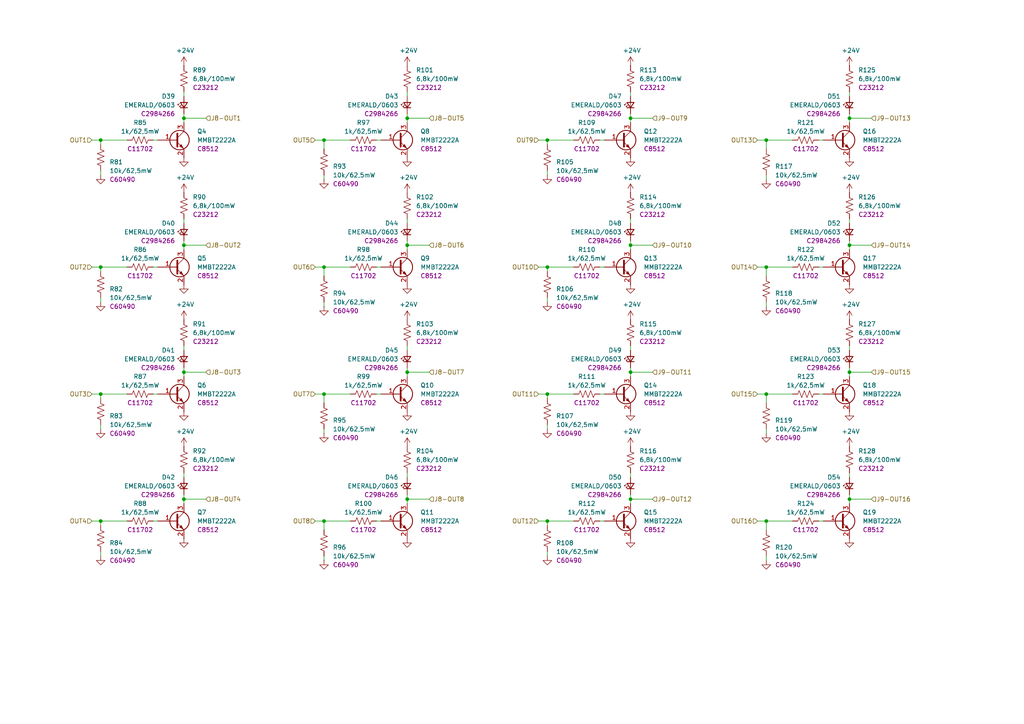
<source format=kicad_sch>
(kicad_sch (version 20250114) (generator "eeschema") (generator_version "9.0")
  (paper "A4")
  (title_block (title "ESP 24V 16xIn/16xOut/4xNTC Module") (date "2025-06-29") (rev "V3.2"))
  (junction (at 182.88 107.95))
  (junction (at 222.25 40.64))
  (junction (at 158.75 114.3))
  (junction (at 222.25 114.3))
  (junction (at 222.25 77.47))
  (junction (at 53.34 71.12))
  (junction (at 29.21 114.3))
  (junction (at 222.25 151.13))
  (junction (at 118.11 107.95))
  (junction (at 118.11 34.29))
  (junction (at 93.98 77.47))
  (junction (at 93.98 151.13))
  (junction (at 118.11 71.12))
  (junction (at 29.21 40.64))
  (junction (at 158.75 77.47))
  (junction (at 158.75 40.64))
  (junction (at 182.88 144.78))
  (junction (at 246.38 144.78))
  (junction (at 182.88 71.12))
  (junction (at 93.98 40.64))
  (junction (at 246.38 107.95))
  (junction (at 182.88 34.29))
  (junction (at 53.34 34.29))
  (junction (at 53.34 107.95))
  (junction (at 246.38 71.12))
  (junction (at 29.21 77.47))
  (junction (at 29.21 151.13))
  (junction (at 118.11 144.78))
  (junction (at 246.38 34.29))
  (junction (at 53.34 144.78))
  (junction (at 158.75 151.13))
  (junction (at 93.98 114.3))
  (wire (pts (xy 182.88 100.33) (xy 182.88 101.6)))
  (wire (pts (xy 29.21 151.13) (xy 36.83 151.13)))
  (wire (pts (xy 29.21 114.3) (xy 29.21 115.57)))
  (wire (pts (xy 182.88 71.12) (xy 182.88 72.39)))
  (wire (pts (xy 53.34 137.16) (xy 53.34 138.43)))
  (wire (pts (xy 93.98 87.63) (xy 93.98 88.9)))
  (wire (pts (xy 109.22 40.64) (xy 110.49 40.64)))
  (wire (pts (xy 182.88 137.16) (xy 182.88 138.43)))
  (wire (pts (xy 93.98 40.64) (xy 101.6 40.64)))
  (wire (pts (xy 29.21 40.64) (xy 29.21 41.91)))
  (wire (pts (xy 109.22 114.3) (xy 110.49 114.3)))
  (wire (pts (xy 158.75 160.02) (xy 158.75 161.29)))
  (wire (pts (xy 246.38 34.29) (xy 252.73 34.29)))
  (wire (pts (xy 93.98 151.13) (xy 93.98 153.67)))
  (wire (pts (xy 118.11 63.5) (xy 118.11 64.77)))
  (wire (pts (xy 44.45 40.64) (xy 45.72 40.64)))
  (wire (pts (xy 182.88 63.5) (xy 182.88 64.77)))
  (wire (pts (xy 246.38 106.68) (xy 246.38 107.95)))
  (wire (pts (xy 118.11 69.85) (xy 118.11 71.12)))
  (wire (pts (xy 93.98 114.3) (xy 93.98 116.84)))
  (wire (pts (xy 158.75 40.64) (xy 158.75 41.91)))
  (wire (pts (xy 91.44 151.13) (xy 93.98 151.13)))
  (wire (pts (xy 26.67 151.13) (xy 29.21 151.13)))
  (wire (pts (xy 53.34 69.85) (xy 53.34 71.12)))
  (wire (pts (xy 29.21 86.36) (xy 29.21 87.63)))
  (wire (pts (xy 29.21 77.47) (xy 29.21 78.74)))
  (wire (pts (xy 93.98 114.3) (xy 101.6 114.3)))
  (wire (pts (xy 118.11 34.29) (xy 124.46 34.29)))
  (wire (pts (xy 219.71 40.64) (xy 222.25 40.64)))
  (wire (pts (xy 118.11 144.78) (xy 118.11 146.05)))
  (wire (pts (xy 29.21 151.13) (xy 29.21 152.4)))
  (wire (pts (xy 222.25 161.29) (xy 222.25 162.56)))
  (wire (pts (xy 156.21 151.13) (xy 158.75 151.13)))
  (wire (pts (xy 156.21 40.64) (xy 158.75 40.64)))
  (wire (pts (xy 246.38 33.02) (xy 246.38 34.29)))
  (wire (pts (xy 44.45 114.3) (xy 45.72 114.3)))
  (wire (pts (xy 118.11 107.95) (xy 124.46 107.95)))
  (wire (pts (xy 158.75 114.3) (xy 166.37 114.3)))
  (wire (pts (xy 93.98 124.46) (xy 93.98 125.73)))
  (wire (pts (xy 93.98 151.13) (xy 101.6 151.13)))
  (wire (pts (xy 93.98 40.64) (xy 93.98 43.18)))
  (wire (pts (xy 53.34 100.33) (xy 53.34 101.6)))
  (wire (pts (xy 158.75 77.47) (xy 166.37 77.47)))
  (wire (pts (xy 173.99 151.13) (xy 175.26 151.13)))
  (wire (pts (xy 182.88 107.95) (xy 189.23 107.95)))
  (wire (pts (xy 29.21 40.64) (xy 36.83 40.64)))
  (wire (pts (xy 219.71 151.13) (xy 222.25 151.13)))
  (wire (pts (xy 53.34 33.02) (xy 53.34 34.29)))
  (wire (pts (xy 44.45 151.13) (xy 45.72 151.13)))
  (wire (pts (xy 182.88 33.02) (xy 182.88 34.29)))
  (wire (pts (xy 246.38 34.29) (xy 246.38 35.56)))
  (wire (pts (xy 118.11 34.29) (xy 118.11 35.56)))
  (wire (pts (xy 158.75 86.36) (xy 158.75 87.63)))
  (wire (pts (xy 59.69 71.12) (xy 53.34 71.12)))
  (wire (pts (xy 53.34 143.51) (xy 53.34 144.78)))
  (wire (pts (xy 158.75 49.53) (xy 158.75 50.8)))
  (wire (pts (xy 246.38 71.12) (xy 246.38 72.39)))
  (wire (pts (xy 246.38 100.33) (xy 246.38 101.6)))
  (wire (pts (xy 118.11 71.12) (xy 118.11 72.39)))
  (wire (pts (xy 182.88 144.78) (xy 182.88 146.05)))
  (wire (pts (xy 93.98 77.47) (xy 93.98 80.01)))
  (wire (pts (xy 53.34 71.12) (xy 53.34 72.39)))
  (wire (pts (xy 222.25 151.13) (xy 222.25 153.67)))
  (wire (pts (xy 26.67 114.3) (xy 29.21 114.3)))
  (wire (pts (xy 182.88 143.51) (xy 182.88 144.78)))
  (wire (pts (xy 246.38 26.67) (xy 246.38 27.94)))
  (wire (pts (xy 222.25 114.3) (xy 229.87 114.3)))
  (wire (pts (xy 109.22 151.13) (xy 110.49 151.13)))
  (wire (pts (xy 182.88 26.67) (xy 182.88 27.94)))
  (wire (pts (xy 237.49 40.64) (xy 238.76 40.64)))
  (wire (pts (xy 246.38 137.16) (xy 246.38 138.43)))
  (wire (pts (xy 118.11 144.78) (xy 124.46 144.78)))
  (wire (pts (xy 26.67 77.47) (xy 29.21 77.47)))
  (wire (pts (xy 109.22 77.47) (xy 110.49 77.47)))
  (wire (pts (xy 182.88 106.68) (xy 182.88 107.95)))
  (wire (pts (xy 29.21 160.02) (xy 29.21 161.29)))
  (wire (pts (xy 29.21 123.19) (xy 29.21 124.46)))
  (wire (pts (xy 246.38 63.5) (xy 246.38 64.77)))
  (wire (pts (xy 44.45 77.47) (xy 45.72 77.47)))
  (wire (pts (xy 189.23 71.12) (xy 182.88 71.12)))
  (wire (pts (xy 182.88 34.29) (xy 182.88 35.56)))
  (wire (pts (xy 156.21 114.3) (xy 158.75 114.3)))
  (wire (pts (xy 222.25 77.47) (xy 229.87 77.47)))
  (wire (pts (xy 118.11 100.33) (xy 118.11 101.6)))
  (wire (pts (xy 53.34 63.5) (xy 53.34 64.77)))
  (wire (pts (xy 53.34 106.68) (xy 53.34 107.95)))
  (wire (pts (xy 93.98 161.29) (xy 93.98 162.56)))
  (wire (pts (xy 219.71 114.3) (xy 222.25 114.3)))
  (wire (pts (xy 118.11 143.51) (xy 118.11 144.78)))
  (wire (pts (xy 222.25 40.64) (xy 229.87 40.64)))
  (wire (pts (xy 246.38 144.78) (xy 246.38 146.05)))
  (wire (pts (xy 93.98 50.8) (xy 93.98 52.07)))
  (wire (pts (xy 118.11 71.12) (xy 124.46 71.12)))
  (wire (pts (xy 53.34 144.78) (xy 59.69 144.78)))
  (wire (pts (xy 246.38 144.78) (xy 252.73 144.78)))
  (wire (pts (xy 118.11 26.67) (xy 118.11 27.94)))
  (wire (pts (xy 182.88 69.85) (xy 182.88 71.12)))
  (wire (pts (xy 222.25 124.46) (xy 222.25 125.73)))
  (wire (pts (xy 59.69 34.29) (xy 53.34 34.29)))
  (wire (pts (xy 219.71 77.47) (xy 222.25 77.47)))
  (wire (pts (xy 158.75 114.3) (xy 158.75 115.57)))
  (wire (pts (xy 29.21 49.53) (xy 29.21 50.8)))
  (wire (pts (xy 222.25 151.13) (xy 229.87 151.13)))
  (wire (pts (xy 222.25 50.8) (xy 222.25 52.07)))
  (wire (pts (xy 158.75 77.47) (xy 158.75 78.74)))
  (wire (pts (xy 53.34 34.29) (xy 53.34 35.56)))
  (wire (pts (xy 246.38 71.12) (xy 252.73 71.12)))
  (wire (pts (xy 158.75 40.64) (xy 166.37 40.64)))
  (wire (pts (xy 53.34 107.95) (xy 59.69 107.95)))
  (wire (pts (xy 93.98 77.47) (xy 101.6 77.47)))
  (wire (pts (xy 53.34 144.78) (xy 53.34 146.05)))
  (wire (pts (xy 156.21 77.47) (xy 158.75 77.47)))
  (wire (pts (xy 222.25 40.64) (xy 222.25 43.18)))
  (wire (pts (xy 237.49 151.13) (xy 238.76 151.13)))
  (wire (pts (xy 26.67 40.64) (xy 29.21 40.64)))
  (wire (pts (xy 222.25 77.47) (xy 222.25 80.01)))
  (wire (pts (xy 118.11 137.16) (xy 118.11 138.43)))
  (wire (pts (xy 118.11 33.02) (xy 118.11 34.29)))
  (wire (pts (xy 91.44 40.64) (xy 93.98 40.64)))
  (wire (pts (xy 246.38 69.85) (xy 246.38 71.12)))
  (wire (pts (xy 237.49 114.3) (xy 238.76 114.3)))
  (wire (pts (xy 158.75 151.13) (xy 166.37 151.13)))
  (wire (pts (xy 53.34 26.67) (xy 53.34 27.94)))
  (wire (pts (xy 246.38 107.95) (xy 252.73 107.95)))
  (wire (pts (xy 29.21 114.3) (xy 36.83 114.3)))
  (wire (pts (xy 91.44 77.47) (xy 93.98 77.47)))
  (wire (pts (xy 91.44 114.3) (xy 93.98 114.3)))
  (wire (pts (xy 118.11 106.68) (xy 118.11 107.95)))
  (wire (pts (xy 246.38 143.51) (xy 246.38 144.78)))
  (wire (pts (xy 189.23 34.29) (xy 182.88 34.29)))
  (wire (pts (xy 182.88 107.95) (xy 182.88 109.22)))
  (wire (pts (xy 237.49 77.47) (xy 238.76 77.47)))
  (wire (pts (xy 158.75 123.19) (xy 158.75 124.46)))
  (wire (pts (xy 222.25 114.3) (xy 222.25 116.84)))
  (wire (pts (xy 246.38 107.95) (xy 246.38 109.22)))
  (wire (pts (xy 182.88 144.78) (xy 189.23 144.78)))
  (wire (pts (xy 173.99 77.47) (xy 175.26 77.47)))
  (wire (pts (xy 158.75 151.13) (xy 158.75 152.4)))
  (wire (pts (xy 29.21 77.47) (xy 36.83 77.47)))
  (wire (pts (xy 53.34 107.95) (xy 53.34 109.22)))
  (wire (pts (xy 173.99 40.64) (xy 175.26 40.64)))
  (wire (pts (xy 118.11 107.95) (xy 118.11 109.22)))
  (wire (pts (xy 222.25 87.63) (xy 222.25 88.9)))
  (wire (pts (xy 173.99 114.3) (xy 175.26 114.3)))
  (hierarchical_label "J8-OUT8" (shape input) (at 124.46 144.78 0))
  (hierarchical_label "J8-OUT6" (shape input) (at 124.46 71.12 0))
  (hierarchical_label "OUT1" (shape input) (at 26.67 40.64 180))
  (hierarchical_label "J8-OUT4" (shape input) (at 59.69 144.78 0))
  (hierarchical_label "OUT12" (shape input) (at 156.21 151.13 180))
  (hierarchical_label "J9-OUT14" (shape input) (at 252.73 71.12 0))
  (hierarchical_label "J8-OUT2" (shape input) (at 59.69 71.12 0))
  (hierarchical_label "J9-OUT16" (shape input) (at 252.73 144.78 0))
  (hierarchical_label "J9-OUT11" (shape input) (at 189.23 107.95 0))
  (hierarchical_label "OUT9" (shape input) (at 156.21 40.64 180))
  (hierarchical_label "OUT7" (shape input) (at 91.44 114.3 180))
  (hierarchical_label "OUT15" (shape input) (at 219.71 114.3 180))
  (hierarchical_label "J8-OUT5" (shape input) (at 124.46 34.29 0))
  (hierarchical_label "J9-OUT15" (shape input) (at 252.73 107.95 0))
  (hierarchical_label "OUT13" (shape input) (at 219.71 40.64 180))
  (hierarchical_label "OUT16" (shape input) (at 219.71 151.13 180))
  (hierarchical_label "J8-OUT1" (shape input) (at 59.69 34.29 0))
  (hierarchical_label "OUT4" (shape input) (at 26.67 151.13 180))
  (hierarchical_label "OUT8" (shape input) (at 91.44 151.13 180))
  (hierarchical_label "OUT14" (shape input) (at 219.71 77.47 180))
  (hierarchical_label "OUT10" (shape input) (at 156.21 77.47 180))
  (hierarchical_label "J8-OUT7" (shape input) (at 124.46 107.95 0))
  (hierarchical_label "J9-OUT12" (shape input) (at 189.23 144.78 0))
  (hierarchical_label "OUT6" (shape input) (at 91.44 77.47 180))
  (hierarchical_label "J9-OUT13" (shape input) (at 252.73 34.29 0))
  (hierarchical_label "OUT3" (shape input) (at 26.67 114.3 180))
  (hierarchical_label "J8-OUT3" (shape input) (at 59.69 107.95 0))
  (hierarchical_label "OUT5" (shape input) (at 91.44 40.64 180))
  (hierarchical_label "J9-OUT9" (shape input) (at 189.23 34.29 0))
  (hierarchical_label "OUT2" (shape input) (at 26.67 77.47 180))
  (hierarchical_label "OUT11" (shape input) (at 156.21 114.3 180))
  (hierarchical_label "J9-OUT10" (shape input) (at 189.23 71.12 0))
  (symbol (lib_id "Device:LED_Small") (at 246.38 67.31 90) (unit 1)
    (property "Reference" "D52" (at 243.84 64.77 90) (effects (justify left)))
    (property "Value" "EMERALD/0603" (at 243.84 67.31 90) (effects (justify left)))
    (property "Footprint" "Tales:LED_0603_1608Metric" (effects (hide yes)))
    (property "Case" "0603/1608" (effects (hide yes)))
    (property "Mfr" "Everlight Elec" (effects (hide yes)))
    (property "Mfr PN" "19-213/GHC-XS1T1N/5T" (effects (hide yes)))
    (property "Vendor" "JLCPCB" (effects (hide yes)))
    (property "Vendor PN" "C2984266" (effects (hide yes)))
    (property "LCSC Part #" "C2984266" (at 243.84 69.85 90) (effects (justify left)))
    (property "JLCPCB BOM" "1" (effects (hide yes)))
  )
  (symbol (lib_id "Device:R_US") (at 29.21 45.72 180) (unit 1)
    (property "Reference" "R81" (at 31.75 46.99 0) (effects (justify right)))
    (property "Value" "10k/62,5mW" (at 31.75 49.53 0) (effects (justify right)))
    (property "Footprint" "Tales:R_0402_1005Metric" (effects (hide yes)))
    (property "Mfr" "Yageo" (effects (hide yes)))
    (property "Vendor" "JLCPCB" (effects (hide yes)))
    (property "Mfr PN" "RC0402FR-0710KL" (effects (hide yes)))
    (property "Technology" "1%" (effects (hide yes)))
    (property "Vendor PN" "C60490" (effects (hide yes)))
    (property "LCSC Part #" "C60490" (at 31.75 52.07 0) (effects (justify right)))
    (property "JLCPCB BOM" "1" (effects (hide yes)))
    (property "Package" "0402/1005" (effects (hide yes)))
    (property "Case" "0402/1005" (effects (hide yes)))
  )
  (symbol (lib_id "power:GND") (at 182.88 45.72 0) (unit 1)
    (property "Reference" "#PWR0166" (effects (hide yes)))
    (property "Value" "GND" (effects (hide yes)))
    (property "Description" "Power symbol creates a global label with name \"GND\" , ground" (effects (hide yes)))
  )
  (symbol (lib_id "Device:R_US") (at 170.18 40.64 270) (unit 1)
    (property "Reference" "R109" (at 170.18 35.56 90))
    (property "Value" "1k/62,5mW" (at 170.18 38.1 90))
    (property "Footprint" "Tales:R_0402_1005Metric" (effects (hide yes)))
    (property "Case" "0402/1005" (effects (hide yes)))
    (property "Mfr" "Uniroyal" (effects (hide yes)))
    (property "Mfr PN" "0402WGF1001TCE" (effects (hide yes)))
    (property "Vendor" "JLCPCB" (effects (hide yes)))
    (property "Vendor PN" "C11702" (effects (hide yes)))
    (property "LCSC Part #" "C11702" (at 170.18 43.18 90))
    (property "JLCPCB BOM" "1" (effects (hide yes)))
  )
  (symbol (lib_id "Device:LED_Small") (at 53.34 104.14 90) (unit 1)
    (property "Reference" "D41" (at 50.8 101.6 90) (effects (justify left)))
    (property "Value" "EMERALD/0603" (at 50.8 104.14 90) (effects (justify left)))
    (property "Footprint" "Tales:LED_0603_1608Metric" (effects (hide yes)))
    (property "Case" "0603/1608" (effects (hide yes)))
    (property "Mfr" "Everlight Elec" (effects (hide yes)))
    (property "Mfr PN" "19-213/GHC-XS1T1N/5T" (effects (hide yes)))
    (property "Vendor" "JLCPCB" (effects (hide yes)))
    (property "Vendor PN" "C2984266" (effects (hide yes)))
    (property "LCSC Part #" "C2984266" (at 50.8 106.68 90) (effects (justify left)))
    (property "JLCPCB BOM" "1" (effects (hide yes)))
  )
  (symbol (lib_id "Device:R_US") (at 233.68 151.13 270) (unit 1)
    (property "Reference" "R124" (at 233.68 146.05 90))
    (property "Value" "1k/62,5mW" (at 233.68 148.59 90))
    (property "Footprint" "Tales:R_0402_1005Metric" (effects (hide yes)))
    (property "Case" "0402/1005" (effects (hide yes)))
    (property "Mfr" "Uniroyal" (effects (hide yes)))
    (property "Mfr PN" "0402WGF1001TCE" (effects (hide yes)))
    (property "Vendor" "JLCPCB" (effects (hide yes)))
    (property "Vendor PN" "C11702" (effects (hide yes)))
    (property "LCSC Part #" "C11702" (at 233.68 153.67 90))
    (property "JLCPCB BOM" "1" (effects (hide yes)))
  )
  (symbol (lib_id "power:GND") (at 29.21 161.29 0) (unit 1)
    (property "Reference" "#PWR0140" (effects (hide yes)))
    (property "Value" "GND" (effects (hide yes)))
    (property "Description" "Power symbol creates a global label with name \"GND\" , ground" (effects (hide yes)))
  )
  (symbol (lib_id "power:+24V") (at 118.11 129.54 0) (unit 1)
    (property "Reference" "#PWR0159" (effects (hide yes)))
    (property "Value" "+24V" (at 118.491 125.1458 0))
    (property "Description" "Power symbol creates a global label with name \"+24V\"" (effects (hide yes)))
  )
  (symbol (lib_id "Device:R_US") (at 246.38 22.86 0) (unit 1)
    (property "Reference" "R125" (at 248.92 20.32 0) (effects (justify left)))
    (property "Value" "6,8k/100mW" (at 248.92 22.86 0) (effects (justify left)))
    (property "Footprint" "Tales:R_0603_1608Metric" (effects (hide yes)))
    (property "Case" "0603/1608" (effects (hide yes)))
    (property "Mfr" "Uniroyal" (effects (hide yes)))
    (property "Mfr PN" "0603WAF6801T5E" (effects (hide yes)))
    (property "Vendor" "JLCPCB" (effects (hide yes)))
    (property "Vendor PN" "C23212 " (effects (hide yes)))
    (property "LCSC Part #" "C23212" (at 248.92 25.4 0) (effects (justify left)))
    (property "JLCPCB BOM" "1" (effects (hide yes)))
  )
  (symbol (lib_id "power:+24V") (at 182.88 129.54 0) (unit 1)
    (property "Reference" "#PWR0171" (effects (hide yes)))
    (property "Value" "+24V" (at 183.261 125.1458 0))
    (property "Description" "Power symbol creates a global label with name \"+24V\"" (effects (hide yes)))
  )
  (symbol (lib_id "power:+24V") (at 246.38 19.05 0) (unit 1)
    (property "Reference" "#PWR0177" (effects (hide yes)))
    (property "Value" "+24V" (at 246.761 14.6558 0))
    (property "Description" "Power symbol creates a global label with name \"+24V\"" (effects (hide yes)))
  )
  (symbol (lib_id "Device:LED_Small") (at 246.38 140.97 90) (unit 1)
    (property "Reference" "D54" (at 243.84 138.43 90) (effects (justify left)))
    (property "Value" "EMERALD/0603" (at 243.84 140.97 90) (effects (justify left)))
    (property "Footprint" "Tales:LED_0603_1608Metric" (effects (hide yes)))
    (property "Case" "0603/1608" (effects (hide yes)))
    (property "Mfr" "Everlight Elec" (effects (hide yes)))
    (property "Mfr PN" "19-213/GHC-XS1T1N/5T" (effects (hide yes)))
    (property "Vendor" "JLCPCB" (effects (hide yes)))
    (property "Vendor PN" "C2984266" (effects (hide yes)))
    (property "LCSC Part #" "C2984266" (at 243.84 143.51 90) (effects (justify left)))
    (property "JLCPCB BOM" "1" (effects (hide yes)))
  )
  (symbol (lib_id "Device:Q_NPN_BEC") (at 243.84 77.47 0) (unit 1)
    (property "Reference" "Q17" (at 250.19 74.93 0) (effects (justify left)))
    (property "Value" "MMBT2222A" (at 250.19 77.47 0) (effects (justify left)))
    (property "Footprint" "Tales:SOT-23-Narrow" (effects (hide yes)))
    (property "Case" "SOT-23-3" (effects (hide yes)))
    (property "Mfr" "Changjiang" (effects (hide yes)))
    (property "Mfr PN" "MMBT2222A" (effects (hide yes)))
    (property "Technology" "BJT" (effects (hide yes)))
    (property "Vendor" "JLCPCB" (effects (hide yes)))
    (property "Vendor PN" "C8512" (effects (hide yes)))
    (property "JLCPCB BOM" "1" (effects (hide yes)))
    (property "LCSC Part #" "C8512" (at 250.19 80.01 0) (effects (justify left)))
  )
  (symbol (lib_id "power:GND") (at 158.75 87.63 0) (unit 1)
    (property "Reference" "#PWR0162" (effects (hide yes)))
    (property "Value" "GND" (effects (hide yes)))
    (property "Description" "Power symbol creates a global label with name \"GND\" , ground" (effects (hide yes)))
  )
  (symbol (lib_id "Device:R_US") (at 105.41 40.64 270) (unit 1)
    (property "Reference" "R97" (at 105.41 35.56 90))
    (property "Value" "1k/62,5mW" (at 105.41 38.1 90))
    (property "Footprint" "Tales:R_0402_1005Metric" (effects (hide yes)))
    (property "Case" "0402/1005" (effects (hide yes)))
    (property "Mfr" "Uniroyal" (effects (hide yes)))
    (property "Mfr PN" "0402WGF1001TCE" (effects (hide yes)))
    (property "Vendor" "JLCPCB" (effects (hide yes)))
    (property "Vendor PN" "C11702" (effects (hide yes)))
    (property "LCSC Part #" "C11702" (at 105.41 43.18 90))
    (property "JLCPCB BOM" "1" (effects (hide yes)))
  )
  (symbol (lib_id "power:+24V") (at 53.34 129.54 0) (unit 1)
    (property "Reference" "#PWR0147" (effects (hide yes)))
    (property "Value" "+24V" (at 53.721 125.1458 0))
    (property "Description" "Power symbol creates a global label with name \"+24V\"" (effects (hide yes)))
  )
  (symbol (lib_id "power:GND") (at 246.38 119.38 0) (unit 1)
    (property "Reference" "#PWR0182" (effects (hide yes)))
    (property "Value" "GND" (effects (hide yes)))
    (property "Description" "Power symbol creates a global label with name \"GND\" , ground" (effects (hide yes)))
  )
  (symbol (lib_id "power:GND") (at 246.38 156.21 0) (unit 1)
    (property "Reference" "#PWR0184" (effects (hide yes)))
    (property "Value" "GND" (effects (hide yes)))
    (property "Description" "Power symbol creates a global label with name \"GND\" , ground" (effects (hide yes)))
  )
  (symbol (lib_id "power:GND") (at 93.98 162.56 0) (unit 1)
    (property "Reference" "#PWR0152" (effects (hide yes)))
    (property "Value" "GND" (effects (hide yes)))
    (property "Description" "Power symbol creates a global label with name \"GND\" , ground" (effects (hide yes)))
  )
  (symbol (lib_id "Device:Q_NPN_BEC") (at 115.57 77.47 0) (unit 1)
    (property "Reference" "Q9" (at 121.92 74.93 0) (effects (justify left)))
    (property "Value" "MMBT2222A" (at 121.92 77.47 0) (effects (justify left)))
    (property "Footprint" "Tales:SOT-23-Narrow" (effects (hide yes)))
    (property "Case" "SOT-23-3" (effects (hide yes)))
    (property "Mfr" "Changjiang" (effects (hide yes)))
    (property "Mfr PN" "MMBT2222A" (effects (hide yes)))
    (property "Technology" "BJT" (effects (hide yes)))
    (property "Vendor" "JLCPCB" (effects (hide yes)))
    (property "Vendor PN" "C8512" (effects (hide yes)))
    (property "JLCPCB BOM" "1" (effects (hide yes)))
    (property "LCSC Part #" "C8512" (at 121.92 80.01 0) (effects (justify left)))
  )
  (symbol (lib_id "Device:LED_Small") (at 53.34 30.48 90) (unit 1)
    (property "Reference" "D39" (at 50.8 27.94 90) (effects (justify left)))
    (property "Value" "EMERALD/0603" (at 50.8 30.48 90) (effects (justify left)))
    (property "Footprint" "Tales:LED_0603_1608Metric" (effects (hide yes)))
    (property "Case" "0603/1608" (effects (hide yes)))
    (property "Mfr" "Everlight Elec" (effects (hide yes)))
    (property "Mfr PN" "19-213/GHC-XS1T1N/5T" (effects (hide yes)))
    (property "Vendor" "JLCPCB" (effects (hide yes)))
    (property "Vendor PN" "C2984266" (effects (hide yes)))
    (property "LCSC Part #" "C2984266" (at 50.8 33.02 90) (effects (justify left)))
    (property "JLCPCB BOM" "1" (effects (hide yes)))
  )
  (symbol (lib_id "power:+24V") (at 53.34 92.71 0) (unit 1)
    (property "Reference" "#PWR0145" (effects (hide yes)))
    (property "Value" "+24V" (at 53.721 88.3158 0))
    (property "Description" "Power symbol creates a global label with name \"+24V\"" (effects (hide yes)))
  )
  (symbol (lib_id "power:GND") (at 53.34 82.55 0) (unit 1)
    (property "Reference" "#PWR0144" (effects (hide yes)))
    (property "Value" "GND" (effects (hide yes)))
    (property "Description" "Power symbol creates a global label with name \"GND\" , ground" (effects (hide yes)))
  )
  (symbol (lib_id "Device:R_US") (at 118.11 59.69 0) (unit 1)
    (property "Reference" "R102" (at 120.65 57.15 0) (effects (justify left)))
    (property "Value" "6,8k/100mW" (at 120.65 59.69 0) (effects (justify left)))
    (property "Footprint" "Tales:R_0603_1608Metric" (effects (hide yes)))
    (property "Case" "0603/1608" (effects (hide yes)))
    (property "Mfr" "Uniroyal" (effects (hide yes)))
    (property "Mfr PN" "0603WAF6801T5E" (effects (hide yes)))
    (property "Vendor" "JLCPCB" (effects (hide yes)))
    (property "Vendor PN" "C23212 " (effects (hide yes)))
    (property "LCSC Part #" "C23212" (at 120.65 62.23 0) (effects (justify left)))
    (property "JLCPCB BOM" "1" (effects (hide yes)))
  )
  (symbol (lib_id "Device:Q_NPN_BEC") (at 50.8 77.47 0) (unit 1)
    (property "Reference" "Q5" (at 57.15 74.93 0) (effects (justify left)))
    (property "Value" "MMBT2222A" (at 57.15 77.47 0) (effects (justify left)))
    (property "Footprint" "Tales:SOT-23-Narrow" (effects (hide yes)))
    (property "Case" "SOT-23-3" (effects (hide yes)))
    (property "Mfr" "Changjiang" (effects (hide yes)))
    (property "Mfr PN" "MMBT2222A" (effects (hide yes)))
    (property "Technology" "BJT" (effects (hide yes)))
    (property "Vendor" "JLCPCB" (effects (hide yes)))
    (property "Vendor PN" "C8512" (effects (hide yes)))
    (property "JLCPCB BOM" "1" (effects (hide yes)))
    (property "LCSC Part #" "C8512" (at 57.15 80.01 0) (effects (justify left)))
  )
  (symbol (lib_id "power:GND") (at 182.88 119.38 0) (unit 1)
    (property "Reference" "#PWR0170" (effects (hide yes)))
    (property "Value" "GND" (effects (hide yes)))
    (property "Description" "Power symbol creates a global label with name \"GND\" , ground" (effects (hide yes)))
  )
  (symbol (lib_id "power:+24V") (at 246.38 129.54 0) (unit 1)
    (property "Reference" "#PWR0183" (effects (hide yes)))
    (property "Value" "+24V" (at 246.761 125.1458 0))
    (property "Description" "Power symbol creates a global label with name \"+24V\"" (effects (hide yes)))
  )
  (symbol (lib_id "Device:R_US") (at 170.18 114.3 270) (unit 1)
    (property "Reference" "R111" (at 170.18 109.22 90))
    (property "Value" "1k/62,5mW" (at 170.18 111.76 90))
    (property "Footprint" "Tales:R_0402_1005Metric" (effects (hide yes)))
    (property "Case" "0402/1005" (effects (hide yes)))
    (property "Mfr" "Uniroyal" (effects (hide yes)))
    (property "Mfr PN" "0402WGF1001TCE" (effects (hide yes)))
    (property "Vendor" "JLCPCB" (effects (hide yes)))
    (property "Vendor PN" "C11702" (effects (hide yes)))
    (property "LCSC Part #" "C11702" (at 170.18 116.84 90))
    (property "JLCPCB BOM" "1" (effects (hide yes)))
  )
  (symbol (lib_id "Device:LED_Small") (at 182.88 140.97 90) (unit 1)
    (property "Reference" "D50" (at 180.34 138.43 90) (effects (justify left)))
    (property "Value" "EMERALD/0603" (at 180.34 140.97 90) (effects (justify left)))
    (property "Footprint" "Tales:LED_0603_1608Metric" (effects (hide yes)))
    (property "Case" "0603/1608" (effects (hide yes)))
    (property "Mfr" "Everlight Elec" (effects (hide yes)))
    (property "Mfr PN" "19-213/GHC-XS1T1N/5T" (effects (hide yes)))
    (property "Vendor" "JLCPCB" (effects (hide yes)))
    (property "Vendor PN" "C2984266" (effects (hide yes)))
    (property "LCSC Part #" "C2984266" (at 180.34 143.51 90) (effects (justify left)))
    (property "JLCPCB BOM" "1" (effects (hide yes)))
  )
  (symbol (lib_id "power:GND") (at 118.11 82.55 0) (unit 1)
    (property "Reference" "#PWR0156" (effects (hide yes)))
    (property "Value" "GND" (effects (hide yes)))
    (property "Description" "Power symbol creates a global label with name \"GND\" , ground" (effects (hide yes)))
  )
  (symbol (lib_id "power:GND") (at 222.25 88.9 0) (unit 1)
    (property "Reference" "#PWR0174" (effects (hide yes)))
    (property "Value" "GND" (effects (hide yes)))
    (property "Description" "Power symbol creates a global label with name \"GND\" , ground" (effects (hide yes)))
  )
  (symbol (lib_id "power:+24V") (at 182.88 92.71 0) (unit 1)
    (property "Reference" "#PWR0169" (effects (hide yes)))
    (property "Value" "+24V" (at 183.261 88.3158 0))
    (property "Description" "Power symbol creates a global label with name \"+24V\"" (effects (hide yes)))
  )
  (symbol (lib_id "power:GND") (at 222.25 52.07 0) (unit 1)
    (property "Reference" "#PWR0173" (effects (hide yes)))
    (property "Value" "GND" (effects (hide yes)))
    (property "Description" "Power symbol creates a global label with name \"GND\" , ground" (effects (hide yes)))
  )
  (symbol (lib_id "power:GND") (at 29.21 124.46 0) (unit 1)
    (property "Reference" "#PWR0139" (effects (hide yes)))
    (property "Value" "GND" (effects (hide yes)))
    (property "Description" "Power symbol creates a global label with name \"GND\" , ground" (effects (hide yes)))
  )
  (symbol (lib_id "Device:Q_NPN_BEC") (at 243.84 40.64 0) (unit 1)
    (property "Reference" "Q16" (at 250.19 38.1 0) (effects (justify left)))
    (property "Value" "MMBT2222A" (at 250.19 40.64 0) (effects (justify left)))
    (property "Footprint" "Tales:SOT-23-Narrow" (effects (hide yes)))
    (property "Case" "SOT-23-3" (effects (hide yes)))
    (property "Mfr" "Changjiang" (effects (hide yes)))
    (property "Mfr PN" "MMBT2222A" (effects (hide yes)))
    (property "Technology" "BJT" (effects (hide yes)))
    (property "Vendor" "JLCPCB" (effects (hide yes)))
    (property "Vendor PN" "C8512" (effects (hide yes)))
    (property "JLCPCB BOM" "1" (effects (hide yes)))
    (property "LCSC Part #" "C8512" (at 250.19 43.18 0) (effects (justify left)))
  )
  (symbol (lib_id "Device:Q_NPN_BEC") (at 115.57 114.3 0) (unit 1)
    (property "Reference" "Q10" (at 121.92 111.76 0) (effects (justify left)))
    (property "Value" "MMBT2222A" (at 121.92 114.3 0) (effects (justify left)))
    (property "Footprint" "Tales:SOT-23-Narrow" (effects (hide yes)))
    (property "Case" "SOT-23-3" (effects (hide yes)))
    (property "Mfr" "Changjiang" (effects (hide yes)))
    (property "Mfr PN" "MMBT2222A" (effects (hide yes)))
    (property "Technology" "BJT" (effects (hide yes)))
    (property "Vendor" "JLCPCB" (effects (hide yes)))
    (property "Vendor PN" "C8512" (effects (hide yes)))
    (property "JLCPCB BOM" "1" (effects (hide yes)))
    (property "LCSC Part #" "C8512" (at 121.92 116.84 0) (effects (justify left)))
  )
  (symbol (lib_id "Device:R_US") (at 182.88 59.69 0) (unit 1)
    (property "Reference" "R114" (at 185.42 57.15 0) (effects (justify left)))
    (property "Value" "6,8k/100mW" (at 185.42 59.69 0) (effects (justify left)))
    (property "Footprint" "Tales:R_0603_1608Metric" (effects (hide yes)))
    (property "Case" "0603/1608" (effects (hide yes)))
    (property "Mfr" "Uniroyal" (effects (hide yes)))
    (property "Mfr PN" "0603WAF6801T5E" (effects (hide yes)))
    (property "Vendor" "JLCPCB" (effects (hide yes)))
    (property "Vendor PN" "C23212 " (effects (hide yes)))
    (property "LCSC Part #" "C23212" (at 185.42 62.23 0) (effects (justify left)))
    (property "JLCPCB BOM" "1" (effects (hide yes)))
  )
  (symbol (lib_id "Device:LED_Small") (at 118.11 67.31 90) (unit 1)
    (property "Reference" "D44" (at 115.57 64.77 90) (effects (justify left)))
    (property "Value" "EMERALD/0603" (at 115.57 67.31 90) (effects (justify left)))
    (property "Footprint" "Tales:LED_0603_1608Metric" (effects (hide yes)))
    (property "Case" "0603/1608" (effects (hide yes)))
    (property "Mfr" "Everlight Elec" (effects (hide yes)))
    (property "Mfr PN" "19-213/GHC-XS1T1N/5T" (effects (hide yes)))
    (property "Vendor" "JLCPCB" (effects (hide yes)))
    (property "Vendor PN" "C2984266" (effects (hide yes)))
    (property "LCSC Part #" "C2984266" (at 115.57 69.85 90) (effects (justify left)))
    (property "JLCPCB BOM" "1" (effects (hide yes)))
  )
  (symbol (lib_id "Device:R_US") (at 29.21 82.55 180) (unit 1)
    (property "Reference" "R82" (at 31.75 83.82 0) (effects (justify right)))
    (property "Value" "10k/62,5mW" (at 31.75 86.36 0) (effects (justify right)))
    (property "Footprint" "Tales:R_0402_1005Metric" (effects (hide yes)))
    (property "Mfr" "Yageo" (effects (hide yes)))
    (property "Vendor" "JLCPCB" (effects (hide yes)))
    (property "Mfr PN" "RC0402FR-0710KL" (effects (hide yes)))
    (property "Technology" "1%" (effects (hide yes)))
    (property "Vendor PN" "C60490" (effects (hide yes)))
    (property "LCSC Part #" "C60490" (at 31.75 88.9 0) (effects (justify right)))
    (property "JLCPCB BOM" "1" (effects (hide yes)))
    (property "Package" "0402/1005" (effects (hide yes)))
    (property "Case" "0402/1005" (effects (hide yes)))
  )
  (symbol (lib_id "Device:LED_Small") (at 118.11 104.14 90) (unit 1)
    (property "Reference" "D45" (at 115.57 101.6 90) (effects (justify left)))
    (property "Value" "EMERALD/0603" (at 115.57 104.14 90) (effects (justify left)))
    (property "Footprint" "Tales:LED_0603_1608Metric" (effects (hide yes)))
    (property "Case" "0603/1608" (effects (hide yes)))
    (property "Mfr" "Everlight Elec" (effects (hide yes)))
    (property "Mfr PN" "19-213/GHC-XS1T1N/5T" (effects (hide yes)))
    (property "Vendor" "JLCPCB" (effects (hide yes)))
    (property "Vendor PN" "C2984266" (effects (hide yes)))
    (property "LCSC Part #" "C2984266" (at 115.57 106.68 90) (effects (justify left)))
    (property "JLCPCB BOM" "1" (effects (hide yes)))
  )
  (symbol (lib_id "Device:LED_Small") (at 182.88 67.31 90) (unit 1)
    (property "Reference" "D48" (at 180.34 64.77 90) (effects (justify left)))
    (property "Value" "EMERALD/0603" (at 180.34 67.31 90) (effects (justify left)))
    (property "Footprint" "Tales:LED_0603_1608Metric" (effects (hide yes)))
    (property "Case" "0603/1608" (effects (hide yes)))
    (property "Mfr" "Everlight Elec" (effects (hide yes)))
    (property "Mfr PN" "19-213/GHC-XS1T1N/5T" (effects (hide yes)))
    (property "Vendor" "JLCPCB" (effects (hide yes)))
    (property "Vendor PN" "C2984266" (effects (hide yes)))
    (property "LCSC Part #" "C2984266" (at 180.34 69.85 90) (effects (justify left)))
    (property "JLCPCB BOM" "1" (effects (hide yes)))
  )
  (symbol (lib_id "Device:R_US") (at 53.34 96.52 0) (unit 1)
    (property "Reference" "R91" (at 55.88 93.98 0) (effects (justify left)))
    (property "Value" "6,8k/100mW" (at 55.88 96.52 0) (effects (justify left)))
    (property "Footprint" "Tales:R_0603_1608Metric" (effects (hide yes)))
    (property "Case" "0603/1608" (effects (hide yes)))
    (property "Mfr" "Uniroyal" (effects (hide yes)))
    (property "Mfr PN" "0603WAF6801T5E" (effects (hide yes)))
    (property "Vendor" "JLCPCB" (effects (hide yes)))
    (property "Vendor PN" "C23212 " (effects (hide yes)))
    (property "LCSC Part #" "C23212" (at 55.88 99.06 0) (effects (justify left)))
    (property "JLCPCB BOM" "1" (effects (hide yes)))
  )
  (symbol (lib_id "power:GND") (at 53.34 119.38 0) (unit 1)
    (property "Reference" "#PWR0146" (effects (hide yes)))
    (property "Value" "GND" (effects (hide yes)))
    (property "Description" "Power symbol creates a global label with name \"GND\" , ground" (effects (hide yes)))
  )
  (symbol (lib_id "power:+24V") (at 118.11 92.71 0) (unit 1)
    (property "Reference" "#PWR0157" (effects (hide yes)))
    (property "Value" "+24V" (at 118.491 88.3158 0))
    (property "Description" "Power symbol creates a global label with name \"+24V\"" (effects (hide yes)))
  )
  (symbol (lib_id "Device:R_US") (at 182.88 22.86 0) (unit 1)
    (property "Reference" "R113" (at 185.42 20.32 0) (effects (justify left)))
    (property "Value" "6,8k/100mW" (at 185.42 22.86 0) (effects (justify left)))
    (property "Footprint" "Tales:R_0603_1608Metric" (effects (hide yes)))
    (property "Case" "0603/1608" (effects (hide yes)))
    (property "Mfr" "Uniroyal" (effects (hide yes)))
    (property "Mfr PN" "0603WAF6801T5E" (effects (hide yes)))
    (property "Vendor" "JLCPCB" (effects (hide yes)))
    (property "Vendor PN" "C23212 " (effects (hide yes)))
    (property "LCSC Part #" "C23212" (at 185.42 25.4 0) (effects (justify left)))
    (property "JLCPCB BOM" "1" (effects (hide yes)))
  )
  (symbol (lib_id "Device:R_US") (at 233.68 77.47 270) (unit 1)
    (property "Reference" "R122" (at 233.68 72.39 90))
    (property "Value" "1k/62,5mW" (at 233.68 74.93 90))
    (property "Footprint" "Tales:R_0402_1005Metric" (effects (hide yes)))
    (property "Case" "0402/1005" (effects (hide yes)))
    (property "Mfr" "Uniroyal" (effects (hide yes)))
    (property "Mfr PN" "0402WGF1001TCE" (effects (hide yes)))
    (property "Vendor" "JLCPCB" (effects (hide yes)))
    (property "Vendor PN" "C11702" (effects (hide yes)))
    (property "LCSC Part #" "C11702" (at 233.68 80.01 90))
    (property "JLCPCB BOM" "1" (effects (hide yes)))
  )
  (symbol (lib_id "power:+24V") (at 182.88 19.05 0) (unit 1)
    (property "Reference" "#PWR0165" (effects (hide yes)))
    (property "Value" "+24V" (at 183.261 14.6558 0))
    (property "Description" "Power symbol creates a global label with name \"+24V\"" (effects (hide yes)))
  )
  (symbol (lib_id "power:+24V") (at 118.11 55.88 0) (unit 1)
    (property "Reference" "#PWR0155" (effects (hide yes)))
    (property "Value" "+24V" (at 118.491 51.4858 0))
    (property "Description" "Power symbol creates a global label with name \"+24V\"" (effects (hide yes)))
  )
  (symbol (lib_id "Device:R_US") (at 170.18 77.47 270) (unit 1)
    (property "Reference" "R110" (at 170.18 72.39 90))
    (property "Value" "1k/62,5mW" (at 170.18 74.93 90))
    (property "Footprint" "Tales:R_0402_1005Metric" (effects (hide yes)))
    (property "Case" "0402/1005" (effects (hide yes)))
    (property "Mfr" "Uniroyal" (effects (hide yes)))
    (property "Mfr PN" "0402WGF1001TCE" (effects (hide yes)))
    (property "Vendor" "JLCPCB" (effects (hide yes)))
    (property "Vendor PN" "C11702" (effects (hide yes)))
    (property "LCSC Part #" "C11702" (at 170.18 80.01 90))
    (property "JLCPCB BOM" "1" (effects (hide yes)))
  )
  (symbol (lib_id "Device:R_US") (at 222.25 157.48 180) (unit 1)
    (property "Reference" "R120" (at 224.79 158.75 0) (effects (justify right)))
    (property "Value" "10k/62,5mW" (at 224.79 161.29 0) (effects (justify right)))
    (property "Footprint" "Tales:R_0402_1005Metric" (effects (hide yes)))
    (property "Mfr" "Yageo" (effects (hide yes)))
    (property "Vendor" "JLCPCB" (effects (hide yes)))
    (property "Mfr PN" "RC0402FR-0710KL" (effects (hide yes)))
    (property "Technology" "1%" (effects (hide yes)))
    (property "Vendor PN" "C60490" (effects (hide yes)))
    (property "LCSC Part #" "C60490" (at 224.79 163.83 0) (effects (justify right)))
    (property "JLCPCB BOM" "1" (effects (hide yes)))
    (property "Package" "0402/1005" (effects (hide yes)))
    (property "Case" "0402/1005" (effects (hide yes)))
  )
  (symbol (lib_id "power:GND") (at 222.25 162.56 0) (unit 1)
    (property "Reference" "#PWR0176" (effects (hide yes)))
    (property "Value" "GND" (effects (hide yes)))
    (property "Description" "Power symbol creates a global label with name \"GND\" , ground" (effects (hide yes)))
  )
  (symbol (lib_id "Device:R_US") (at 93.98 120.65 180) (unit 1)
    (property "Reference" "R95" (at 96.52 121.92 0) (effects (justify right)))
    (property "Value" "10k/62,5mW" (at 96.52 124.46 0) (effects (justify right)))
    (property "Footprint" "Tales:R_0402_1005Metric" (effects (hide yes)))
    (property "Mfr" "Yageo" (effects (hide yes)))
    (property "Vendor" "JLCPCB" (effects (hide yes)))
    (property "Mfr PN" "RC0402FR-0710KL" (effects (hide yes)))
    (property "Technology" "1%" (effects (hide yes)))
    (property "Vendor PN" "C60490" (effects (hide yes)))
    (property "LCSC Part #" "C60490" (at 96.52 127 0) (effects (justify right)))
    (property "JLCPCB BOM" "1" (effects (hide yes)))
    (property "Package" "0402/1005" (effects (hide yes)))
    (property "Case" "0402/1005" (effects (hide yes)))
  )
  (symbol (lib_id "Device:R_US") (at 170.18 151.13 270) (unit 1)
    (property "Reference" "R112" (at 170.18 146.05 90))
    (property "Value" "1k/62,5mW" (at 170.18 148.59 90))
    (property "Footprint" "Tales:R_0402_1005Metric" (effects (hide yes)))
    (property "Case" "0402/1005" (effects (hide yes)))
    (property "Mfr" "Uniroyal" (effects (hide yes)))
    (property "Mfr PN" "0402WGF1001TCE" (effects (hide yes)))
    (property "Vendor" "JLCPCB" (effects (hide yes)))
    (property "Vendor PN" "C11702" (effects (hide yes)))
    (property "LCSC Part #" "C11702" (at 170.18 153.67 90))
    (property "JLCPCB BOM" "1" (effects (hide yes)))
  )
  (symbol (lib_id "Device:R_US") (at 93.98 157.48 180) (unit 1)
    (property "Reference" "R96" (at 96.52 158.75 0) (effects (justify right)))
    (property "Value" "10k/62,5mW" (at 96.52 161.29 0) (effects (justify right)))
    (property "Footprint" "Tales:R_0402_1005Metric" (effects (hide yes)))
    (property "Mfr" "Yageo" (effects (hide yes)))
    (property "Vendor" "JLCPCB" (effects (hide yes)))
    (property "Mfr PN" "RC0402FR-0710KL" (effects (hide yes)))
    (property "Technology" "1%" (effects (hide yes)))
    (property "Vendor PN" "C60490" (effects (hide yes)))
    (property "LCSC Part #" "C60490" (at 96.52 163.83 0) (effects (justify right)))
    (property "JLCPCB BOM" "1" (effects (hide yes)))
    (property "Package" "0402/1005" (effects (hide yes)))
    (property "Case" "0402/1005" (effects (hide yes)))
  )
  (symbol (lib_id "power:GND") (at 118.11 119.38 0) (unit 1)
    (property "Reference" "#PWR0158" (effects (hide yes)))
    (property "Value" "GND" (effects (hide yes)))
    (property "Description" "Power symbol creates a global label with name \"GND\" , ground" (effects (hide yes)))
  )
  (symbol (lib_id "power:GND") (at 53.34 45.72 0) (unit 1)
    (property "Reference" "#PWR0142" (effects (hide yes)))
    (property "Value" "GND" (effects (hide yes)))
    (property "Description" "Power symbol creates a global label with name \"GND\" , ground" (effects (hide yes)))
  )
  (symbol (lib_id "power:+24V") (at 53.34 55.88 0) (unit 1)
    (property "Reference" "#PWR0143" (effects (hide yes)))
    (property "Value" "+24V" (at 53.721 51.4858 0))
    (property "Description" "Power symbol creates a global label with name \"+24V\"" (effects (hide yes)))
  )
  (symbol (lib_id "Device:R_US") (at 118.11 22.86 0) (unit 1)
    (property "Reference" "R101" (at 120.65 20.32 0) (effects (justify left)))
    (property "Value" "6,8k/100mW" (at 120.65 22.86 0) (effects (justify left)))
    (property "Footprint" "Tales:R_0603_1608Metric" (effects (hide yes)))
    (property "Case" "0603/1608" (effects (hide yes)))
    (property "Mfr" "Uniroyal" (effects (hide yes)))
    (property "Mfr PN" "0603WAF6801T5E" (effects (hide yes)))
    (property "Vendor" "JLCPCB" (effects (hide yes)))
    (property "Vendor PN" "C23212 " (effects (hide yes)))
    (property "LCSC Part #" "C23212" (at 120.65 25.4 0) (effects (justify left)))
    (property "JLCPCB BOM" "1" (effects (hide yes)))
  )
  (symbol (lib_id "Device:Q_NPN_BEC") (at 50.8 151.13 0) (unit 1)
    (property "Reference" "Q7" (at 57.15 148.59 0) (effects (justify left)))
    (property "Value" "MMBT2222A" (at 57.15 151.13 0) (effects (justify left)))
    (property "Footprint" "Tales:SOT-23-Narrow" (effects (hide yes)))
    (property "Case" "SOT-23-3" (effects (hide yes)))
    (property "Mfr" "Changjiang" (effects (hide yes)))
    (property "Mfr PN" "MMBT2222A" (effects (hide yes)))
    (property "Technology" "BJT" (effects (hide yes)))
    (property "Vendor" "JLCPCB" (effects (hide yes)))
    (property "Vendor PN" "C8512" (effects (hide yes)))
    (property "JLCPCB BOM" "1" (effects (hide yes)))
    (property "LCSC Part #" "C8512" (at 57.15 153.67 0) (effects (justify left)))
  )
  (symbol (lib_id "power:GND") (at 182.88 82.55 0) (unit 1)
    (property "Reference" "#PWR0168" (effects (hide yes)))
    (property "Value" "GND" (effects (hide yes)))
    (property "Description" "Power symbol creates a global label with name \"GND\" , ground" (effects (hide yes)))
  )
  (symbol (lib_id "power:GND") (at 29.21 50.8 0) (unit 1)
    (property "Reference" "#PWR0137" (effects (hide yes)))
    (property "Value" "GND" (effects (hide yes)))
    (property "Description" "Power symbol creates a global label with name \"GND\" , ground" (effects (hide yes)))
  )
  (symbol (lib_id "Device:LED_Small") (at 118.11 140.97 90) (unit 1)
    (property "Reference" "D46" (at 115.57 138.43 90) (effects (justify left)))
    (property "Value" "EMERALD/0603" (at 115.57 140.97 90) (effects (justify left)))
    (property "Footprint" "Tales:LED_0603_1608Metric" (effects (hide yes)))
    (property "Case" "0603/1608" (effects (hide yes)))
    (property "Mfr" "Everlight Elec" (effects (hide yes)))
    (property "Mfr PN" "19-213/GHC-XS1T1N/5T" (effects (hide yes)))
    (property "Vendor" "JLCPCB" (effects (hide yes)))
    (property "Vendor PN" "C2984266" (effects (hide yes)))
    (property "LCSC Part #" "C2984266" (at 115.57 143.51 90) (effects (justify left)))
    (property "JLCPCB BOM" "1" (effects (hide yes)))
  )
  (symbol (lib_id "power:GND") (at 222.25 125.73 0) (unit 1)
    (property "Reference" "#PWR0175" (effects (hide yes)))
    (property "Value" "GND" (effects (hide yes)))
    (property "Description" "Power symbol creates a global label with name \"GND\" , ground" (effects (hide yes)))
  )
  (symbol (lib_id "Device:R_US") (at 118.11 133.35 0) (unit 1)
    (property "Reference" "R104" (at 120.65 130.81 0) (effects (justify left)))
    (property "Value" "6,8k/100mW" (at 120.65 133.35 0) (effects (justify left)))
    (property "Footprint" "Tales:R_0603_1608Metric" (effects (hide yes)))
    (property "Case" "0603/1608" (effects (hide yes)))
    (property "Mfr" "Uniroyal" (effects (hide yes)))
    (property "Mfr PN" "0603WAF6801T5E" (effects (hide yes)))
    (property "Vendor" "JLCPCB" (effects (hide yes)))
    (property "Vendor PN" "C23212 " (effects (hide yes)))
    (property "LCSC Part #" "C23212" (at 120.65 135.89 0) (effects (justify left)))
    (property "JLCPCB BOM" "1" (effects (hide yes)))
  )
  (symbol (lib_id "Device:R_US") (at 93.98 46.99 180) (unit 1)
    (property "Reference" "R93" (at 96.52 48.26 0) (effects (justify right)))
    (property "Value" "10k/62,5mW" (at 96.52 50.8 0) (effects (justify right)))
    (property "Footprint" "Tales:R_0402_1005Metric" (effects (hide yes)))
    (property "Mfr" "Yageo" (effects (hide yes)))
    (property "Vendor" "JLCPCB" (effects (hide yes)))
    (property "Mfr PN" "RC0402FR-0710KL" (effects (hide yes)))
    (property "Technology" "1%" (effects (hide yes)))
    (property "Vendor PN" "C60490" (effects (hide yes)))
    (property "LCSC Part #" "C60490" (at 96.52 53.34 0) (effects (justify right)))
    (property "JLCPCB BOM" "1" (effects (hide yes)))
    (property "Package" "0402/1005" (effects (hide yes)))
    (property "Case" "0402/1005" (effects (hide yes)))
  )
  (symbol (lib_id "Device:R_US") (at 40.64 114.3 270) (unit 1)
    (property "Reference" "R87" (at 40.64 109.22 90))
    (property "Value" "1k/62,5mW" (at 40.64 111.76 90))
    (property "Footprint" "Tales:R_0402_1005Metric" (effects (hide yes)))
    (property "Case" "0402/1005" (effects (hide yes)))
    (property "Mfr" "Uniroyal" (effects (hide yes)))
    (property "Mfr PN" "0402WGF1001TCE" (effects (hide yes)))
    (property "Vendor" "JLCPCB" (effects (hide yes)))
    (property "Vendor PN" "C11702" (effects (hide yes)))
    (property "LCSC Part #" "C11702" (at 40.64 116.84 90))
    (property "JLCPCB BOM" "1" (effects (hide yes)))
  )
  (symbol (lib_id "Device:R_US") (at 93.98 83.82 180) (unit 1)
    (property "Reference" "R94" (at 96.52 85.09 0) (effects (justify right)))
    (property "Value" "10k/62,5mW" (at 96.52 87.63 0) (effects (justify right)))
    (property "Footprint" "Tales:R_0402_1005Metric" (effects (hide yes)))
    (property "Mfr" "Yageo" (effects (hide yes)))
    (property "Vendor" "JLCPCB" (effects (hide yes)))
    (property "Mfr PN" "RC0402FR-0710KL" (effects (hide yes)))
    (property "Technology" "1%" (effects (hide yes)))
    (property "Vendor PN" "C60490" (effects (hide yes)))
    (property "LCSC Part #" "C60490" (at 96.52 90.17 0) (effects (justify right)))
    (property "JLCPCB BOM" "1" (effects (hide yes)))
    (property "Package" "0402/1005" (effects (hide yes)))
    (property "Case" "0402/1005" (effects (hide yes)))
  )
  (symbol (lib_id "Device:Q_NPN_BEC") (at 180.34 114.3 0) (unit 1)
    (property "Reference" "Q14" (at 186.69 111.76 0) (effects (justify left)))
    (property "Value" "MMBT2222A" (at 186.69 114.3 0) (effects (justify left)))
    (property "Footprint" "Tales:SOT-23-Narrow" (effects (hide yes)))
    (property "Case" "SOT-23-3" (effects (hide yes)))
    (property "Mfr" "Changjiang" (effects (hide yes)))
    (property "Mfr PN" "MMBT2222A" (effects (hide yes)))
    (property "Technology" "BJT" (effects (hide yes)))
    (property "Vendor" "JLCPCB" (effects (hide yes)))
    (property "Vendor PN" "C8512" (effects (hide yes)))
    (property "JLCPCB BOM" "1" (effects (hide yes)))
    (property "LCSC Part #" "C8512" (at 186.69 116.84 0) (effects (justify left)))
  )
  (symbol (lib_id "power:GND") (at 93.98 125.73 0) (unit 1)
    (property "Reference" "#PWR0151" (effects (hide yes)))
    (property "Value" "GND" (effects (hide yes)))
    (property "Description" "Power symbol creates a global label with name \"GND\" , ground" (effects (hide yes)))
  )
  (symbol (lib_id "Device:R_US") (at 53.34 133.35 0) (unit 1)
    (property "Reference" "R92" (at 55.88 130.81 0) (effects (justify left)))
    (property "Value" "6,8k/100mW" (at 55.88 133.35 0) (effects (justify left)))
    (property "Footprint" "Tales:R_0603_1608Metric" (effects (hide yes)))
    (property "Case" "0603/1608" (effects (hide yes)))
    (property "Mfr" "Uniroyal" (effects (hide yes)))
    (property "Mfr PN" "0603WAF6801T5E" (effects (hide yes)))
    (property "Vendor" "JLCPCB" (effects (hide yes)))
    (property "Vendor PN" "C23212 " (effects (hide yes)))
    (property "LCSC Part #" "C23212" (at 55.88 135.89 0) (effects (justify left)))
    (property "JLCPCB BOM" "1" (effects (hide yes)))
  )
  (symbol (lib_id "Device:R_US") (at 222.25 46.99 180) (unit 1)
    (property "Reference" "R117" (at 224.79 48.26 0) (effects (justify right)))
    (property "Value" "10k/62,5mW" (at 224.79 50.8 0) (effects (justify right)))
    (property "Footprint" "Tales:R_0402_1005Metric" (effects (hide yes)))
    (property "Mfr" "Yageo" (effects (hide yes)))
    (property "Vendor" "JLCPCB" (effects (hide yes)))
    (property "Mfr PN" "RC0402FR-0710KL" (effects (hide yes)))
    (property "Technology" "1%" (effects (hide yes)))
    (property "Vendor PN" "C60490" (effects (hide yes)))
    (property "LCSC Part #" "C60490" (at 224.79 53.34 0) (effects (justify right)))
    (property "JLCPCB BOM" "1" (effects (hide yes)))
    (property "Package" "0402/1005" (effects (hide yes)))
    (property "Case" "0402/1005" (effects (hide yes)))
  )
  (symbol (lib_id "power:GND") (at 246.38 82.55 0) (unit 1)
    (property "Reference" "#PWR0180" (effects (hide yes)))
    (property "Value" "GND" (effects (hide yes)))
    (property "Description" "Power symbol creates a global label with name \"GND\" , ground" (effects (hide yes)))
  )
  (symbol (lib_id "Device:R_US") (at 29.21 119.38 180) (unit 1)
    (property "Reference" "R83" (at 31.75 120.65 0) (effects (justify right)))
    (property "Value" "10k/62,5mW" (at 31.75 123.19 0) (effects (justify right)))
    (property "Footprint" "Tales:R_0402_1005Metric" (effects (hide yes)))
    (property "Mfr" "Yageo" (effects (hide yes)))
    (property "Vendor" "JLCPCB" (effects (hide yes)))
    (property "Mfr PN" "RC0402FR-0710KL" (effects (hide yes)))
    (property "Technology" "1%" (effects (hide yes)))
    (property "Vendor PN" "C60490" (effects (hide yes)))
    (property "LCSC Part #" "C60490" (at 31.75 125.73 0) (effects (justify right)))
    (property "JLCPCB BOM" "1" (effects (hide yes)))
    (property "Package" "0402/1005" (effects (hide yes)))
    (property "Case" "0402/1005" (effects (hide yes)))
  )
  (symbol (lib_id "power:GND") (at 182.88 156.21 0) (unit 1)
    (property "Reference" "#PWR0172" (effects (hide yes)))
    (property "Value" "GND" (effects (hide yes)))
    (property "Description" "Power symbol creates a global label with name \"GND\" , ground" (effects (hide yes)))
  )
  (symbol (lib_id "Device:LED_Small") (at 246.38 104.14 90) (unit 1)
    (property "Reference" "D53" (at 243.84 101.6 90) (effects (justify left)))
    (property "Value" "EMERALD/0603" (at 243.84 104.14 90) (effects (justify left)))
    (property "Footprint" "Tales:LED_0603_1608Metric" (effects (hide yes)))
    (property "Case" "0603/1608" (effects (hide yes)))
    (property "Mfr" "Everlight Elec" (effects (hide yes)))
    (property "Mfr PN" "19-213/GHC-XS1T1N/5T" (effects (hide yes)))
    (property "Vendor" "JLCPCB" (effects (hide yes)))
    (property "Vendor PN" "C2984266" (effects (hide yes)))
    (property "LCSC Part #" "C2984266" (at 243.84 106.68 90) (effects (justify left)))
    (property "JLCPCB BOM" "1" (effects (hide yes)))
  )
  (symbol (lib_id "Device:Q_NPN_BEC") (at 50.8 114.3 0) (unit 1)
    (property "Reference" "Q6" (at 57.15 111.76 0) (effects (justify left)))
    (property "Value" "MMBT2222A" (at 57.15 114.3 0) (effects (justify left)))
    (property "Footprint" "Tales:SOT-23-Narrow" (effects (hide yes)))
    (property "Case" "SOT-23-3" (effects (hide yes)))
    (property "Mfr" "Changjiang" (effects (hide yes)))
    (property "Mfr PN" "MMBT2222A" (effects (hide yes)))
    (property "Technology" "BJT" (effects (hide yes)))
    (property "Vendor" "JLCPCB" (effects (hide yes)))
    (property "Vendor PN" "C8512" (effects (hide yes)))
    (property "JLCPCB BOM" "1" (effects (hide yes)))
    (property "LCSC Part #" "C8512" (at 57.15 116.84 0) (effects (justify left)))
  )
  (symbol (lib_id "power:+24V") (at 182.88 55.88 0) (unit 1)
    (property "Reference" "#PWR0167" (effects (hide yes)))
    (property "Value" "+24V" (at 183.261 51.4858 0))
    (property "Description" "Power symbol creates a global label with name \"+24V\"" (effects (hide yes)))
  )
  (symbol (lib_id "Device:Q_NPN_BEC") (at 180.34 151.13 0) (unit 1)
    (property "Reference" "Q15" (at 186.69 148.59 0) (effects (justify left)))
    (property "Value" "MMBT2222A" (at 186.69 151.13 0) (effects (justify left)))
    (property "Footprint" "Tales:SOT-23-Narrow" (effects (hide yes)))
    (property "Case" "SOT-23-3" (effects (hide yes)))
    (property "Mfr" "Changjiang" (effects (hide yes)))
    (property "Mfr PN" "MMBT2222A" (effects (hide yes)))
    (property "Technology" "BJT" (effects (hide yes)))
    (property "Vendor" "JLCPCB" (effects (hide yes)))
    (property "Vendor PN" "C8512" (effects (hide yes)))
    (property "JLCPCB BOM" "1" (effects (hide yes)))
    (property "LCSC Part #" "C8512" (at 186.69 153.67 0) (effects (justify left)))
  )
  (symbol (lib_id "Device:R_US") (at 40.64 40.64 270) (unit 1)
    (property "Reference" "R85" (at 40.64 35.56 90))
    (property "Value" "1k/62,5mW" (at 40.64 38.1 90))
    (property "Footprint" "Tales:R_0402_1005Metric" (effects (hide yes)))
    (property "Case" "0402/1005" (effects (hide yes)))
    (property "Mfr" "Uniroyal" (effects (hide yes)))
    (property "Mfr PN" "0402WGF1001TCE" (effects (hide yes)))
    (property "Vendor" "JLCPCB" (effects (hide yes)))
    (property "Vendor PN" "C11702" (effects (hide yes)))
    (property "LCSC Part #" "C11702" (at 40.64 43.18 90))
    (property "JLCPCB BOM" "1" (effects (hide yes)))
  )
  (symbol (lib_id "Device:R_US") (at 233.68 40.64 270) (unit 1)
    (property "Reference" "R121" (at 233.68 35.56 90))
    (property "Value" "1k/62,5mW" (at 233.68 38.1 90))
    (property "Footprint" "Tales:R_0402_1005Metric" (effects (hide yes)))
    (property "Case" "0402/1005" (effects (hide yes)))
    (property "Mfr" "Uniroyal" (effects (hide yes)))
    (property "Mfr PN" "0402WGF1001TCE" (effects (hide yes)))
    (property "Vendor" "JLCPCB" (effects (hide yes)))
    (property "Vendor PN" "C11702" (effects (hide yes)))
    (property "LCSC Part #" "C11702" (at 233.68 43.18 90))
    (property "JLCPCB BOM" "1" (effects (hide yes)))
  )
  (symbol (lib_id "Device:R_US") (at 158.75 82.55 180) (unit 1)
    (property "Reference" "R106" (at 161.29 83.82 0) (effects (justify right)))
    (property "Value" "10k/62,5mW" (at 161.29 86.36 0) (effects (justify right)))
    (property "Footprint" "Tales:R_0402_1005Metric" (effects (hide yes)))
    (property "Mfr" "Yageo" (effects (hide yes)))
    (property "Vendor" "JLCPCB" (effects (hide yes)))
    (property "Mfr PN" "RC0402FR-0710KL" (effects (hide yes)))
    (property "Technology" "1%" (effects (hide yes)))
    (property "Vendor PN" "C60490" (effects (hide yes)))
    (property "LCSC Part #" "C60490" (at 161.29 88.9 0) (effects (justify right)))
    (property "JLCPCB BOM" "1" (effects (hide yes)))
    (property "Package" "0402/1005" (effects (hide yes)))
    (property "Case" "0402/1005" (effects (hide yes)))
  )
  (symbol (lib_id "power:GND") (at 158.75 161.29 0) (unit 1)
    (property "Reference" "#PWR0164" (effects (hide yes)))
    (property "Value" "GND" (effects (hide yes)))
    (property "Description" "Power symbol creates a global label with name \"GND\" , ground" (effects (hide yes)))
  )
  (symbol (lib_id "Device:Q_NPN_BEC") (at 243.84 151.13 0) (unit 1)
    (property "Reference" "Q19" (at 250.19 148.59 0) (effects (justify left)))
    (property "Value" "MMBT2222A" (at 250.19 151.13 0) (effects (justify left)))
    (property "Footprint" "Tales:SOT-23-Narrow" (effects (hide yes)))
    (property "Case" "SOT-23-3" (effects (hide yes)))
    (property "Mfr" "Changjiang" (effects (hide yes)))
    (property "Mfr PN" "MMBT2222A" (effects (hide yes)))
    (property "Technology" "BJT" (effects (hide yes)))
    (property "Vendor" "JLCPCB" (effects (hide yes)))
    (property "Vendor PN" "C8512" (effects (hide yes)))
    (property "JLCPCB BOM" "1" (effects (hide yes)))
    (property "LCSC Part #" "C8512" (at 250.19 153.67 0) (effects (justify left)))
  )
  (symbol (lib_id "power:GND") (at 93.98 52.07 0) (unit 1)
    (property "Reference" "#PWR0149" (effects (hide yes)))
    (property "Value" "GND" (effects (hide yes)))
    (property "Description" "Power symbol creates a global label with name \"GND\" , ground" (effects (hide yes)))
  )
  (symbol (lib_id "power:GND") (at 158.75 124.46 0) (unit 1)
    (property "Reference" "#PWR0163" (effects (hide yes)))
    (property "Value" "GND" (effects (hide yes)))
    (property "Description" "Power symbol creates a global label with name \"GND\" , ground" (effects (hide yes)))
  )
  (symbol (lib_id "Device:R_US") (at 53.34 59.69 0) (unit 1)
    (property "Reference" "R90" (at 55.88 57.15 0) (effects (justify left)))
    (property "Value" "6,8k/100mW" (at 55.88 59.69 0) (effects (justify left)))
    (property "Footprint" "Tales:R_0603_1608Metric" (effects (hide yes)))
    (property "Case" "0603/1608" (effects (hide yes)))
    (property "Mfr" "Uniroyal" (effects (hide yes)))
    (property "Mfr PN" "0603WAF6801T5E" (effects (hide yes)))
    (property "Vendor" "JLCPCB" (effects (hide yes)))
    (property "Vendor PN" "C23212 " (effects (hide yes)))
    (property "LCSC Part #" "C23212" (at 55.88 62.23 0) (effects (justify left)))
    (property "JLCPCB BOM" "1" (effects (hide yes)))
  )
  (symbol (lib_id "Device:LED_Small") (at 246.38 30.48 90) (unit 1)
    (property "Reference" "D51" (at 243.84 27.94 90) (effects (justify left)))
    (property "Value" "EMERALD/0603" (at 243.84 30.48 90) (effects (justify left)))
    (property "Footprint" "Tales:LED_0603_1608Metric" (effects (hide yes)))
    (property "Case" "0603/1608" (effects (hide yes)))
    (property "Mfr" "Everlight Elec" (effects (hide yes)))
    (property "Mfr PN" "19-213/GHC-XS1T1N/5T" (effects (hide yes)))
    (property "Vendor" "JLCPCB" (effects (hide yes)))
    (property "Vendor PN" "C2984266" (effects (hide yes)))
    (property "LCSC Part #" "C2984266" (at 243.84 33.02 90) (effects (justify left)))
    (property "JLCPCB BOM" "1" (effects (hide yes)))
  )
  (symbol (lib_id "Device:R_US") (at 40.64 151.13 270) (unit 1)
    (property "Reference" "R88" (at 40.64 146.05 90))
    (property "Value" "1k/62,5mW" (at 40.64 148.59 90))
    (property "Footprint" "Tales:R_0402_1005Metric" (effects (hide yes)))
    (property "Case" "0402/1005" (effects (hide yes)))
    (property "Mfr" "Uniroyal" (effects (hide yes)))
    (property "Mfr PN" "0402WGF1001TCE" (effects (hide yes)))
    (property "Vendor" "JLCPCB" (effects (hide yes)))
    (property "Vendor PN" "C11702" (effects (hide yes)))
    (property "LCSC Part #" "C11702" (at 40.64 153.67 90))
    (property "JLCPCB BOM" "1" (effects (hide yes)))
  )
  (symbol (lib_id "Device:R_US") (at 105.41 77.47 270) (unit 1)
    (property "Reference" "R98" (at 105.41 72.39 90))
    (property "Value" "1k/62,5mW" (at 105.41 74.93 90))
    (property "Footprint" "Tales:R_0402_1005Metric" (effects (hide yes)))
    (property "Case" "0402/1005" (effects (hide yes)))
    (property "Mfr" "Uniroyal" (effects (hide yes)))
    (property "Mfr PN" "0402WGF1001TCE" (effects (hide yes)))
    (property "Vendor" "JLCPCB" (effects (hide yes)))
    (property "Vendor PN" "C11702" (effects (hide yes)))
    (property "LCSC Part #" "C11702" (at 105.41 80.01 90))
    (property "JLCPCB BOM" "1" (effects (hide yes)))
  )
  (symbol (lib_id "Device:R_US") (at 40.64 77.47 270) (unit 1)
    (property "Reference" "R86" (at 40.64 72.39 90))
    (property "Value" "1k/62,5mW" (at 40.64 74.93 90))
    (property "Footprint" "Tales:R_0402_1005Metric" (effects (hide yes)))
    (property "Case" "0402/1005" (effects (hide yes)))
    (property "Mfr" "Uniroyal" (effects (hide yes)))
    (property "Mfr PN" "0402WGF1001TCE" (effects (hide yes)))
    (property "Vendor" "JLCPCB" (effects (hide yes)))
    (property "Vendor PN" "C11702" (effects (hide yes)))
    (property "LCSC Part #" "C11702" (at 40.64 80.01 90))
    (property "JLCPCB BOM" "1" (effects (hide yes)))
  )
  (symbol (lib_id "power:GND") (at 118.11 156.21 0) (unit 1)
    (property "Reference" "#PWR0160" (effects (hide yes)))
    (property "Value" "GND" (effects (hide yes)))
    (property "Description" "Power symbol creates a global label with name \"GND\" , ground" (effects (hide yes)))
  )
  (symbol (lib_id "Device:R_US") (at 246.38 133.35 0) (unit 1)
    (property "Reference" "R128" (at 248.92 130.81 0) (effects (justify left)))
    (property "Value" "6,8k/100mW" (at 248.92 133.35 0) (effects (justify left)))
    (property "Footprint" "Tales:R_0603_1608Metric" (effects (hide yes)))
    (property "Case" "0603/1608" (effects (hide yes)))
    (property "Mfr" "Uniroyal" (effects (hide yes)))
    (property "Mfr PN" "0603WAF6801T5E" (effects (hide yes)))
    (property "Vendor" "JLCPCB" (effects (hide yes)))
    (property "Vendor PN" "C23212 " (effects (hide yes)))
    (property "LCSC Part #" "C23212" (at 248.92 135.89 0) (effects (justify left)))
    (property "JLCPCB BOM" "1" (effects (hide yes)))
  )
  (symbol (lib_id "Device:LED_Small") (at 182.88 104.14 90) (unit 1)
    (property "Reference" "D49" (at 180.34 101.6 90) (effects (justify left)))
    (property "Value" "EMERALD/0603" (at 180.34 104.14 90) (effects (justify left)))
    (property "Footprint" "Tales:LED_0603_1608Metric" (effects (hide yes)))
    (property "Case" "0603/1608" (effects (hide yes)))
    (property "Mfr" "Everlight Elec" (effects (hide yes)))
    (property "Mfr PN" "19-213/GHC-XS1T1N/5T" (effects (hide yes)))
    (property "Vendor" "JLCPCB" (effects (hide yes)))
    (property "Vendor PN" "C2984266" (effects (hide yes)))
    (property "LCSC Part #" "C2984266" (at 180.34 106.68 90) (effects (justify left)))
    (property "JLCPCB BOM" "1" (effects (hide yes)))
  )
  (symbol (lib_id "Device:Q_NPN_BEC") (at 180.34 40.64 0) (unit 1)
    (property "Reference" "Q12" (at 186.69 38.1 0) (effects (justify left)))
    (property "Value" "MMBT2222A" (at 186.69 40.64 0) (effects (justify left)))
    (property "Footprint" "Tales:SOT-23-Narrow" (effects (hide yes)))
    (property "Case" "SOT-23-3" (effects (hide yes)))
    (property "Mfr" "Changjiang" (effects (hide yes)))
    (property "Mfr PN" "MMBT2222A" (effects (hide yes)))
    (property "Technology" "BJT" (effects (hide yes)))
    (property "Vendor" "JLCPCB" (effects (hide yes)))
    (property "Vendor PN" "C8512" (effects (hide yes)))
    (property "JLCPCB BOM" "1" (effects (hide yes)))
    (property "LCSC Part #" "C8512" (at 186.69 43.18 0) (effects (justify left)))
  )
  (symbol (lib_id "Device:Q_NPN_BEC") (at 243.84 114.3 0) (unit 1)
    (property "Reference" "Q18" (at 250.19 111.76 0) (effects (justify left)))
    (property "Value" "MMBT2222A" (at 250.19 114.3 0) (effects (justify left)))
    (property "Footprint" "Tales:SOT-23-Narrow" (effects (hide yes)))
    (property "Case" "SOT-23-3" (effects (hide yes)))
    (property "Mfr" "Changjiang" (effects (hide yes)))
    (property "Mfr PN" "MMBT2222A" (effects (hide yes)))
    (property "Technology" "BJT" (effects (hide yes)))
    (property "Vendor" "JLCPCB" (effects (hide yes)))
    (property "Vendor PN" "C8512" (effects (hide yes)))
    (property "JLCPCB BOM" "1" (effects (hide yes)))
    (property "LCSC Part #" "C8512" (at 250.19 116.84 0) (effects (justify left)))
  )
  (symbol (lib_id "Device:Q_NPN_BEC") (at 115.57 151.13 0) (unit 1)
    (property "Reference" "Q11" (at 121.92 148.59 0) (effects (justify left)))
    (property "Value" "MMBT2222A" (at 121.92 151.13 0) (effects (justify left)))
    (property "Footprint" "Tales:SOT-23-Narrow" (effects (hide yes)))
    (property "Case" "SOT-23-3" (effects (hide yes)))
    (property "Mfr" "Changjiang" (effects (hide yes)))
    (property "Mfr PN" "MMBT2222A" (effects (hide yes)))
    (property "Technology" "BJT" (effects (hide yes)))
    (property "Vendor" "JLCPCB" (effects (hide yes)))
    (property "Vendor PN" "C8512" (effects (hide yes)))
    (property "JLCPCB BOM" "1" (effects (hide yes)))
    (property "LCSC Part #" "C8512" (at 121.92 153.67 0) (effects (justify left)))
  )
  (symbol (lib_id "Device:R_US") (at 182.88 96.52 0) (unit 1)
    (property "Reference" "R115" (at 185.42 93.98 0) (effects (justify left)))
    (property "Value" "6,8k/100mW" (at 185.42 96.52 0) (effects (justify left)))
    (property "Footprint" "Tales:R_0603_1608Metric" (effects (hide yes)))
    (property "Case" "0603/1608" (effects (hide yes)))
    (property "Mfr" "Uniroyal" (effects (hide yes)))
    (property "Mfr PN" "0603WAF6801T5E" (effects (hide yes)))
    (property "Vendor" "JLCPCB" (effects (hide yes)))
    (property "Vendor PN" "C23212 " (effects (hide yes)))
    (property "LCSC Part #" "C23212" (at 185.42 99.06 0) (effects (justify left)))
    (property "JLCPCB BOM" "1" (effects (hide yes)))
  )
  (symbol (lib_id "Device:R_US") (at 182.88 133.35 0) (unit 1)
    (property "Reference" "R116" (at 185.42 130.81 0) (effects (justify left)))
    (property "Value" "6,8k/100mW" (at 185.42 133.35 0) (effects (justify left)))
    (property "Footprint" "Tales:R_0603_1608Metric" (effects (hide yes)))
    (property "Case" "0603/1608" (effects (hide yes)))
    (property "Mfr" "Uniroyal" (effects (hide yes)))
    (property "Mfr PN" "0603WAF6801T5E" (effects (hide yes)))
    (property "Vendor" "JLCPCB" (effects (hide yes)))
    (property "Vendor PN" "C23212 " (effects (hide yes)))
    (property "LCSC Part #" "C23212" (at 185.42 135.89 0) (effects (justify left)))
    (property "JLCPCB BOM" "1" (effects (hide yes)))
  )
  (symbol (lib_id "Device:Q_NPN_BEC") (at 180.34 77.47 0) (unit 1)
    (property "Reference" "Q13" (at 186.69 74.93 0) (effects (justify left)))
    (property "Value" "MMBT2222A" (at 186.69 77.47 0) (effects (justify left)))
    (property "Footprint" "Tales:SOT-23-Narrow" (effects (hide yes)))
    (property "Case" "SOT-23-3" (effects (hide yes)))
    (property "Mfr" "Changjiang" (effects (hide yes)))
    (property "Mfr PN" "MMBT2222A" (effects (hide yes)))
    (property "Technology" "BJT" (effects (hide yes)))
    (property "Vendor" "JLCPCB" (effects (hide yes)))
    (property "Vendor PN" "C8512" (effects (hide yes)))
    (property "JLCPCB BOM" "1" (effects (hide yes)))
    (property "LCSC Part #" "C8512" (at 186.69 80.01 0) (effects (justify left)))
  )
  (symbol (lib_id "Device:R_US") (at 233.68 114.3 270) (unit 1)
    (property "Reference" "R123" (at 233.68 109.22 90))
    (property "Value" "1k/62,5mW" (at 233.68 111.76 90))
    (property "Footprint" "Tales:R_0402_1005Metric" (effects (hide yes)))
    (property "Case" "0402/1005" (effects (hide yes)))
    (property "Mfr" "Uniroyal" (effects (hide yes)))
    (property "Mfr PN" "0402WGF1001TCE" (effects (hide yes)))
    (property "Vendor" "JLCPCB" (effects (hide yes)))
    (property "Vendor PN" "C11702" (effects (hide yes)))
    (property "LCSC Part #" "C11702" (at 233.68 116.84 90))
    (property "JLCPCB BOM" "1" (effects (hide yes)))
  )
  (symbol (lib_id "Device:R_US") (at 158.75 119.38 180) (unit 1)
    (property "Reference" "R107" (at 161.29 120.65 0) (effects (justify right)))
    (property "Value" "10k/62,5mW" (at 161.29 123.19 0) (effects (justify right)))
    (property "Footprint" "Tales:R_0402_1005Metric" (effects (hide yes)))
    (property "Mfr" "Yageo" (effects (hide yes)))
    (property "Vendor" "JLCPCB" (effects (hide yes)))
    (property "Mfr PN" "RC0402FR-0710KL" (effects (hide yes)))
    (property "Technology" "1%" (effects (hide yes)))
    (property "Vendor PN" "C60490" (effects (hide yes)))
    (property "LCSC Part #" "C60490" (at 161.29 125.73 0) (effects (justify right)))
    (property "JLCPCB BOM" "1" (effects (hide yes)))
    (property "Package" "0402/1005" (effects (hide yes)))
    (property "Case" "0402/1005" (effects (hide yes)))
  )
  (symbol (lib_id "Device:R_US") (at 158.75 156.21 180) (unit 1)
    (property "Reference" "R108" (at 161.29 157.48 0) (effects (justify right)))
    (property "Value" "10k/62,5mW" (at 161.29 160.02 0) (effects (justify right)))
    (property "Footprint" "Tales:R_0402_1005Metric" (effects (hide yes)))
    (property "Mfr" "Yageo" (effects (hide yes)))
    (property "Vendor" "JLCPCB" (effects (hide yes)))
    (property "Mfr PN" "RC0402FR-0710KL" (effects (hide yes)))
    (property "Technology" "1%" (effects (hide yes)))
    (property "Vendor PN" "C60490" (effects (hide yes)))
    (property "LCSC Part #" "C60490" (at 161.29 162.56 0) (effects (justify right)))
    (property "JLCPCB BOM" "1" (effects (hide yes)))
    (property "Package" "0402/1005" (effects (hide yes)))
    (property "Case" "0402/1005" (effects (hide yes)))
  )
  (symbol (lib_id "power:GND") (at 158.75 50.8 0) (unit 1)
    (property "Reference" "#PWR0161" (effects (hide yes)))
    (property "Value" "GND" (effects (hide yes)))
    (property "Description" "Power symbol creates a global label with name \"GND\" , ground" (effects (hide yes)))
  )
  (symbol (lib_id "Device:R_US") (at 246.38 59.69 0) (unit 1)
    (property "Reference" "R126" (at 248.92 57.15 0) (effects (justify left)))
    (property "Value" "6,8k/100mW" (at 248.92 59.69 0) (effects (justify left)))
    (property "Footprint" "Tales:R_0603_1608Metric" (effects (hide yes)))
    (property "Case" "0603/1608" (effects (hide yes)))
    (property "Mfr" "Uniroyal" (effects (hide yes)))
    (property "Mfr PN" "0603WAF6801T5E" (effects (hide yes)))
    (property "Vendor" "JLCPCB" (effects (hide yes)))
    (property "Vendor PN" "C23212 " (effects (hide yes)))
    (property "LCSC Part #" "C23212" (at 248.92 62.23 0) (effects (justify left)))
    (property "JLCPCB BOM" "1" (effects (hide yes)))
  )
  (symbol (lib_id "power:+24V") (at 246.38 55.88 0) (unit 1)
    (property "Reference" "#PWR0179" (effects (hide yes)))
    (property "Value" "+24V" (at 246.761 51.4858 0))
    (property "Description" "Power symbol creates a global label with name \"+24V\"" (effects (hide yes)))
  )
  (symbol (lib_id "power:GND") (at 118.11 45.72 0) (unit 1)
    (property "Reference" "#PWR0154" (effects (hide yes)))
    (property "Value" "GND" (effects (hide yes)))
    (property "Description" "Power symbol creates a global label with name \"GND\" , ground" (effects (hide yes)))
  )
  (symbol (lib_id "Device:R_US") (at 105.41 151.13 270) (unit 1)
    (property "Reference" "R100" (at 105.41 146.05 90))
    (property "Value" "1k/62,5mW" (at 105.41 148.59 90))
    (property "Footprint" "Tales:R_0402_1005Metric" (effects (hide yes)))
    (property "Case" "0402/1005" (effects (hide yes)))
    (property "Mfr" "Uniroyal" (effects (hide yes)))
    (property "Mfr PN" "0402WGF1001TCE" (effects (hide yes)))
    (property "Vendor" "JLCPCB" (effects (hide yes)))
    (property "Vendor PN" "C11702" (effects (hide yes)))
    (property "LCSC Part #" "C11702" (at 105.41 153.67 90))
    (property "JLCPCB BOM" "1" (effects (hide yes)))
  )
  (symbol (lib_id "Device:Q_NPN_BEC") (at 115.57 40.64 0) (unit 1)
    (property "Reference" "Q8" (at 121.92 38.1 0) (effects (justify left)))
    (property "Value" "MMBT2222A" (at 121.92 40.64 0) (effects (justify left)))
    (property "Footprint" "Tales:SOT-23-Narrow" (effects (hide yes)))
    (property "Case" "SOT-23-3" (effects (hide yes)))
    (property "Mfr" "Changjiang" (effects (hide yes)))
    (property "Mfr PN" "MMBT2222A" (effects (hide yes)))
    (property "Technology" "BJT" (effects (hide yes)))
    (property "Vendor" "JLCPCB" (effects (hide yes)))
    (property "Vendor PN" "C8512" (effects (hide yes)))
    (property "JLCPCB BOM" "1" (effects (hide yes)))
    (property "LCSC Part #" "C8512" (at 121.92 43.18 0) (effects (justify left)))
  )
  (symbol (lib_id "Device:R_US") (at 53.34 22.86 0) (unit 1)
    (property "Reference" "R89" (at 55.88 20.32 0) (effects (justify left)))
    (property "Value" "6,8k/100mW" (at 55.88 22.86 0) (effects (justify left)))
    (property "Footprint" "Tales:R_0603_1608Metric" (effects (hide yes)))
    (property "Case" "0603/1608" (effects (hide yes)))
    (property "Mfr" "Uniroyal" (effects (hide yes)))
    (property "Mfr PN" "0603WAF6801T5E" (effects (hide yes)))
    (property "Vendor" "JLCPCB" (effects (hide yes)))
    (property "Vendor PN" "C23212 " (effects (hide yes)))
    (property "LCSC Part #" "C23212" (at 55.88 25.4 0) (effects (justify left)))
    (property "JLCPCB BOM" "1" (effects (hide yes)))
  )
  (symbol (lib_id "Device:R_US") (at 29.21 156.21 180) (unit 1)
    (property "Reference" "R84" (at 31.75 157.48 0) (effects (justify right)))
    (property "Value" "10k/62,5mW" (at 31.75 160.02 0) (effects (justify right)))
    (property "Footprint" "Tales:R_0402_1005Metric" (effects (hide yes)))
    (property "Mfr" "Yageo" (effects (hide yes)))
    (property "Vendor" "JLCPCB" (effects (hide yes)))
    (property "Mfr PN" "RC0402FR-0710KL" (effects (hide yes)))
    (property "Technology" "1%" (effects (hide yes)))
    (property "Vendor PN" "C60490" (effects (hide yes)))
    (property "LCSC Part #" "C60490" (at 31.75 162.56 0) (effects (justify right)))
    (property "JLCPCB BOM" "1" (effects (hide yes)))
    (property "Package" "0402/1005" (effects (hide yes)))
    (property "Case" "0402/1005" (effects (hide yes)))
  )
  (symbol (lib_id "Device:LED_Small") (at 53.34 140.97 90) (unit 1)
    (property "Reference" "D42" (at 50.8 138.43 90) (effects (justify left)))
    (property "Value" "EMERALD/0603" (at 50.8 140.97 90) (effects (justify left)))
    (property "Footprint" "Tales:LED_0603_1608Metric" (effects (hide yes)))
    (property "Case" "0603/1608" (effects (hide yes)))
    (property "Mfr" "Everlight Elec" (effects (hide yes)))
    (property "Mfr PN" "19-213/GHC-XS1T1N/5T" (effects (hide yes)))
    (property "Vendor" "JLCPCB" (effects (hide yes)))
    (property "Vendor PN" "C2984266" (effects (hide yes)))
    (property "LCSC Part #" "C2984266" (at 50.8 143.51 90) (effects (justify left)))
    (property "JLCPCB BOM" "1" (effects (hide yes)))
  )
  (symbol (lib_id "power:+24V") (at 246.38 92.71 0) (unit 1)
    (property "Reference" "#PWR0181" (effects (hide yes)))
    (property "Value" "+24V" (at 246.761 88.3158 0))
    (property "Description" "Power symbol creates a global label with name \"+24V\"" (effects (hide yes)))
  )
  (symbol (lib_id "Device:R_US") (at 105.41 114.3 270) (unit 1)
    (property "Reference" "R99" (at 105.41 109.22 90))
    (property "Value" "1k/62,5mW" (at 105.41 111.76 90))
    (property "Footprint" "Tales:R_0402_1005Metric" (effects (hide yes)))
    (property "Case" "0402/1005" (effects (hide yes)))
    (property "Mfr" "Uniroyal" (effects (hide yes)))
    (property "Mfr PN" "0402WGF1001TCE" (effects (hide yes)))
    (property "Vendor" "JLCPCB" (effects (hide yes)))
    (property "Vendor PN" "C11702" (effects (hide yes)))
    (property "LCSC Part #" "C11702" (at 105.41 116.84 90))
    (property "JLCPCB BOM" "1" (effects (hide yes)))
  )
  (symbol (lib_id "Device:R_US") (at 246.38 96.52 0) (unit 1)
    (property "Reference" "R127" (at 248.92 93.98 0) (effects (justify left)))
    (property "Value" "6,8k/100mW" (at 248.92 96.52 0) (effects (justify left)))
    (property "Footprint" "Tales:R_0603_1608Metric" (effects (hide yes)))
    (property "Case" "0603/1608" (effects (hide yes)))
    (property "Mfr" "Uniroyal" (effects (hide yes)))
    (property "Mfr PN" "0603WAF6801T5E" (effects (hide yes)))
    (property "Vendor" "JLCPCB" (effects (hide yes)))
    (property "Vendor PN" "C23212 " (effects (hide yes)))
    (property "LCSC Part #" "C23212" (at 248.92 99.06 0) (effects (justify left)))
    (property "JLCPCB BOM" "1" (effects (hide yes)))
  )
  (symbol (lib_id "power:+24V") (at 118.11 19.05 0) (unit 1)
    (property "Reference" "#PWR0153" (effects (hide yes)))
    (property "Value" "+24V" (at 118.491 14.6558 0))
    (property "Description" "Power symbol creates a global label with name \"+24V\"" (effects (hide yes)))
  )
  (symbol (lib_id "power:GND") (at 53.34 156.21 0) (unit 1)
    (property "Reference" "#PWR0148" (effects (hide yes)))
    (property "Value" "GND" (effects (hide yes)))
    (property "Description" "Power symbol creates a global label with name \"GND\" , ground" (effects (hide yes)))
  )
  (symbol (lib_id "power:+24V") (at 53.34 19.05 0) (unit 1)
    (property "Reference" "#PWR0141" (effects (hide yes)))
    (property "Value" "+24V" (at 53.721 14.6558 0))
    (property "Description" "Power symbol creates a global label with name \"+24V\"" (effects (hide yes)))
  )
  (symbol (lib_id "power:GND") (at 246.38 45.72 0) (unit 1)
    (property "Reference" "#PWR0178" (effects (hide yes)))
    (property "Value" "GND" (effects (hide yes)))
    (property "Description" "Power symbol creates a global label with name \"GND\" , ground" (effects (hide yes)))
  )
  (symbol (lib_id "Device:R_US") (at 222.25 120.65 180) (unit 1)
    (property "Reference" "R119" (at 224.79 121.92 0) (effects (justify right)))
    (property "Value" "10k/62,5mW" (at 224.79 124.46 0) (effects (justify right)))
    (property "Footprint" "Tales:R_0402_1005Metric" (effects (hide yes)))
    (property "Mfr" "Yageo" (effects (hide yes)))
    (property "Vendor" "JLCPCB" (effects (hide yes)))
    (property "Mfr PN" "RC0402FR-0710KL" (effects (hide yes)))
    (property "Technology" "1%" (effects (hide yes)))
    (property "Vendor PN" "C60490" (effects (hide yes)))
    (property "LCSC Part #" "C60490" (at 224.79 127 0) (effects (justify right)))
    (property "JLCPCB BOM" "1" (effects (hide yes)))
    (property "Package" "0402/1005" (effects (hide yes)))
    (property "Case" "0402/1005" (effects (hide yes)))
  )
  (symbol (lib_id "Device:R_US") (at 158.75 45.72 180) (unit 1)
    (property "Reference" "R105" (at 161.29 46.99 0) (effects (justify right)))
    (property "Value" "10k/62,5mW" (at 161.29 49.53 0) (effects (justify right)))
    (property "Footprint" "Tales:R_0402_1005Metric" (effects (hide yes)))
    (property "Mfr" "Yageo" (effects (hide yes)))
    (property "Vendor" "JLCPCB" (effects (hide yes)))
    (property "Mfr PN" "RC0402FR-0710KL" (effects (hide yes)))
    (property "Technology" "1%" (effects (hide yes)))
    (property "Vendor PN" "C60490" (effects (hide yes)))
    (property "LCSC Part #" "C60490" (at 161.29 52.07 0) (effects (justify right)))
    (property "JLCPCB BOM" "1" (effects (hide yes)))
    (property "Package" "0402/1005" (effects (hide yes)))
    (property "Case" "0402/1005" (effects (hide yes)))
  )
  (symbol (lib_id "power:GND") (at 93.98 88.9 0) (unit 1)
    (property "Reference" "#PWR0150" (effects (hide yes)))
    (property "Value" "GND" (effects (hide yes)))
    (property "Description" "Power symbol creates a global label with name \"GND\" , ground" (effects (hide yes)))
  )
  (symbol (lib_id "Device:LED_Small") (at 182.88 30.48 90) (unit 1)
    (property "Reference" "D47" (at 180.34 27.94 90) (effects (justify left)))
    (property "Value" "EMERALD/0603" (at 180.34 30.48 90) (effects (justify left)))
    (property "Footprint" "Tales:LED_0603_1608Metric" (effects (hide yes)))
    (property "Case" "0603/1608" (effects (hide yes)))
    (property "Mfr" "Everlight Elec" (effects (hide yes)))
    (property "Mfr PN" "19-213/GHC-XS1T1N/5T" (effects (hide yes)))
    (property "Vendor" "JLCPCB" (effects (hide yes)))
    (property "Vendor PN" "C2984266" (effects (hide yes)))
    (property "LCSC Part #" "C2984266" (at 180.34 33.02 90) (effects (justify left)))
    (property "JLCPCB BOM" "1" (effects (hide yes)))
  )
  (symbol (lib_id "Device:R_US") (at 222.25 83.82 180) (unit 1)
    (property "Reference" "R118" (at 224.79 85.09 0) (effects (justify right)))
    (property "Value" "10k/62,5mW" (at 224.79 87.63 0) (effects (justify right)))
    (property "Footprint" "Tales:R_0402_1005Metric" (effects (hide yes)))
    (property "Mfr" "Yageo" (effects (hide yes)))
    (property "Vendor" "JLCPCB" (effects (hide yes)))
    (property "Mfr PN" "RC0402FR-0710KL" (effects (hide yes)))
    (property "Technology" "1%" (effects (hide yes)))
    (property "Vendor PN" "C60490" (effects (hide yes)))
    (property "LCSC Part #" "C60490" (at 224.79 90.17 0) (effects (justify right)))
    (property "JLCPCB BOM" "1" (effects (hide yes)))
    (property "Package" "0402/1005" (effects (hide yes)))
    (property "Case" "0402/1005" (effects (hide yes)))
  )
  (symbol (lib_id "Device:LED_Small") (at 53.34 67.31 90) (unit 1)
    (property "Reference" "D40" (at 50.8 64.77 90) (effects (justify left)))
    (property "Value" "EMERALD/0603" (at 50.8 67.31 90) (effects (justify left)))
    (property "Footprint" "Tales:LED_0603_1608Metric" (effects (hide yes)))
    (property "Case" "0603/1608" (effects (hide yes)))
    (property "Mfr" "Everlight Elec" (effects (hide yes)))
    (property "Mfr PN" "19-213/GHC-XS1T1N/5T" (effects (hide yes)))
    (property "Vendor" "JLCPCB" (effects (hide yes)))
    (property "Vendor PN" "C2984266" (effects (hide yes)))
    (property "LCSC Part #" "C2984266" (at 50.8 69.85 90) (effects (justify left)))
    (property "JLCPCB BOM" "1" (effects (hide yes)))
  )
  (symbol (lib_id "Device:LED_Small") (at 118.11 30.48 90) (unit 1)
    (property "Reference" "D43" (at 115.57 27.94 90) (effects (justify left)))
    (property "Value" "EMERALD/0603" (at 115.57 30.48 90) (effects (justify left)))
    (property "Footprint" "Tales:LED_0603_1608Metric" (effects (hide yes)))
    (property "Case" "0603/1608" (effects (hide yes)))
    (property "Mfr" "Everlight Elec" (effects (hide yes)))
    (property "Mfr PN" "19-213/GHC-XS1T1N/5T" (effects (hide yes)))
    (property "Vendor" "JLCPCB" (effects (hide yes)))
    (property "Vendor PN" "C2984266" (effects (hide yes)))
    (property "LCSC Part #" "C2984266" (at 115.57 33.02 90) (effects (justify left)))
    (property "JLCPCB BOM" "1" (effects (hide yes)))
  )
  (symbol (lib_id "Device:Q_NPN_BEC") (at 50.8 40.64 0) (unit 1)
    (property "Reference" "Q4" (at 57.15 38.1 0) (effects (justify left)))
    (property "Value" "MMBT2222A" (at 57.15 40.64 0) (effects (justify left)))
    (property "Footprint" "Tales:SOT-23-Narrow" (effects (hide yes)))
    (property "Case" "SOT-23-3" (effects (hide yes)))
    (property "Mfr" "Changjiang" (effects (hide yes)))
    (property "Mfr PN" "MMBT2222A" (effects (hide yes)))
    (property "Technology" "BJT" (effects (hide yes)))
    (property "Vendor" "JLCPCB" (effects (hide yes)))
    (property "Vendor PN" "C8512" (effects (hide yes)))
    (property "JLCPCB BOM" "1" (effects (hide yes)))
    (property "LCSC Part #" "C8512" (at 57.15 43.18 0) (effects (justify left)))
  )
  (symbol (lib_id "power:GND") (at 29.21 87.63 0) (unit 1)
    (property "Reference" "#PWR0138" (effects (hide yes)))
    (property "Value" "GND" (effects (hide yes)))
    (property "Description" "Power symbol creates a global label with name \"GND\" , ground" (effects (hide yes)))
  )
  (symbol (lib_id "Device:R_US") (at 118.11 96.52 0) (unit 1)
    (property "Reference" "R103" (at 120.65 93.98 0) (effects (justify left)))
    (property "Value" "6,8k/100mW" (at 120.65 96.52 0) (effects (justify left)))
    (property "Footprint" "Tales:R_0603_1608Metric" (effects (hide yes)))
    (property "Case" "0603/1608" (effects (hide yes)))
    (property "Mfr" "Uniroyal" (effects (hide yes)))
    (property "Mfr PN" "0603WAF6801T5E" (effects (hide yes)))
    (property "Vendor" "JLCPCB" (effects (hide yes)))
    (property "Vendor PN" "C23212 " (effects (hide yes)))
    (property "LCSC Part #" "C23212" (at 120.65 99.06 0) (effects (justify left)))
    (property "JLCPCB BOM" "1" (effects (hide yes)))
  )
)
</source>
